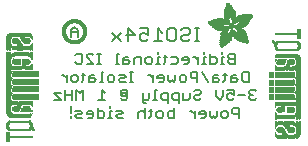
<source format=gbr>
G04 EAGLE Gerber RS-274X export*
G75*
%MOMM*%
%FSLAX34Y34*%
%LPD*%
%INSilkscreen Bottom*%
%IPPOS*%
%AMOC8*
5,1,8,0,0,1.08239X$1,22.5*%
G01*
%ADD10C,0.177800*%
%ADD11C,0.152400*%
%ADD12C,0.304800*%
%ADD13C,0.203200*%
%ADD14R,0.022863X0.462278*%
%ADD15R,0.022863X0.462281*%
%ADD16R,0.022863X0.436881*%
%ADD17R,0.023113X0.462278*%
%ADD18R,0.023113X0.462281*%
%ADD19R,0.023113X0.436881*%
%ADD20R,0.023116X0.462278*%
%ADD21R,0.023116X0.462281*%
%ADD22R,0.023116X0.436881*%
%ADD23R,0.023113X0.022863*%
%ADD24R,0.023116X0.091441*%
%ADD25R,0.023113X0.139700*%
%ADD26R,0.023116X0.185419*%
%ADD27R,0.023113X0.254000*%
%ADD28R,0.023113X0.299719*%
%ADD29R,0.023116X0.345438*%
%ADD30R,0.023113X0.391159*%
%ADD31R,0.023116X0.393700*%
%ADD32R,0.022863X0.325119*%
%ADD33R,0.022863X0.599438*%
%ADD34R,0.022863X0.622300*%
%ADD35R,0.022863X0.530859*%
%ADD36R,0.022863X0.439422*%
%ADD37R,0.022863X0.231138*%
%ADD38R,0.022863X0.071119*%
%ADD39R,0.022863X0.533400*%
%ADD40R,0.022863X0.208281*%
%ADD41R,0.023113X0.345441*%
%ADD42R,0.023113X0.576578*%
%ADD43R,0.023113X0.599438*%
%ADD44R,0.023113X0.508000*%
%ADD45R,0.023113X0.416563*%
%ADD46R,0.023113X0.208278*%
%ADD47R,0.023113X0.553722*%
%ADD48R,0.023113X0.208281*%
%ADD49R,0.023116X0.345441*%
%ADD50R,0.023116X0.530859*%
%ADD51R,0.023116X0.370841*%
%ADD52R,0.023116X0.162559*%
%ADD53R,0.023116X0.576581*%
%ADD54R,0.023116X0.208281*%
%ADD55R,0.023113X0.322578*%
%ADD56R,0.023113X0.485137*%
%ADD57R,0.023113X0.416559*%
%ADD58R,0.023113X0.347981*%
%ADD59R,0.023113X0.116838*%
%ADD60R,0.023113X0.647700*%
%ADD61R,0.023116X0.322581*%
%ADD62R,0.023116X0.485137*%
%ADD63R,0.023116X0.093978*%
%ADD64R,0.023116X0.231141*%
%ADD65R,0.023116X0.693419*%
%ADD66R,0.023113X0.322581*%
%ADD67R,0.023113X0.439419*%
%ADD68R,0.023113X0.370841*%
%ADD69R,0.023113X0.299722*%
%ADD70R,0.023113X0.045719*%
%ADD71R,0.023113X0.739138*%
%ADD72R,0.023113X0.414019*%
%ADD73R,0.023113X0.347978*%
%ADD74R,0.023113X0.762000*%
%ADD75R,0.023116X0.414019*%
%ADD76R,0.023116X0.182881*%
%ADD77R,0.023116X0.347978*%
%ADD78R,0.023116X0.276863*%
%ADD79R,0.023116X0.116841*%
%ADD80R,0.023116X0.276859*%
%ADD81R,0.023116X0.784863*%
%ADD82R,0.023113X0.325119*%
%ADD83R,0.023113X0.276863*%
%ADD84R,0.023113X0.276859*%
%ADD85R,0.023116X0.325119*%
%ADD86R,0.023116X0.391159*%
%ADD87R,0.023116X0.302259*%
%ADD88R,0.023116X0.254000*%
%ADD89R,0.023113X0.302259*%
%ADD90R,0.023113X0.393700*%
%ADD91R,0.023113X0.231141*%
%ADD92R,0.022863X0.302259*%
%ADD93R,0.022863X0.439419*%
%ADD94R,0.022863X0.368300*%
%ADD95R,0.022863X0.391159*%
%ADD96R,0.022863X0.416559*%
%ADD97R,0.022863X0.276863*%
%ADD98R,0.022863X0.205741*%
%ADD99R,0.023113X0.368300*%
%ADD100R,0.023113X0.205741*%
%ADD101R,0.023116X0.368300*%
%ADD102R,0.023116X0.205741*%
%ADD103R,0.023113X0.182881*%
%ADD104R,0.022863X0.276859*%
%ADD105R,0.022863X0.182881*%
%ADD106R,0.023113X0.924559*%
%ADD107R,0.023116X0.924559*%
%ADD108R,0.023113X0.901700*%
%ADD109R,0.023116X0.901700*%
%ADD110R,0.023113X0.878841*%
%ADD111R,0.023116X0.855981*%
%ADD112R,0.023113X0.833119*%
%ADD113R,0.022863X0.787400*%
%ADD114R,0.022863X0.414019*%
%ADD115R,0.022863X0.924559*%
%ADD116R,0.023113X0.739141*%
%ADD117R,0.023116X0.716281*%
%ADD118R,0.023116X0.299722*%
%ADD119R,0.023113X0.670559*%
%ADD120R,0.023116X0.647700*%
%ADD121R,0.023116X0.508000*%
%ADD122R,0.023116X0.299719*%
%ADD123R,0.023113X0.601981*%
%ADD124R,0.023113X0.530859*%
%ADD125R,0.023113X0.231138*%
%ADD126R,0.023113X0.556259*%
%ADD127R,0.023113X0.185419*%
%ADD128R,0.023116X0.533400*%
%ADD129R,0.023116X0.599438*%
%ADD130R,0.023116X0.416563*%
%ADD131R,0.023116X0.116838*%
%ADD132R,0.023113X0.485141*%
%ADD133R,0.023113X0.645159*%
%ADD134R,0.023113X0.716278*%
%ADD135R,0.022863X0.393700*%
%ADD136R,0.022863X0.762000*%
%ADD137R,0.022863X0.624841*%
%ADD138R,0.023113X0.784859*%
%ADD139R,0.023113X0.693422*%
%ADD140R,0.023116X0.830578*%
%ADD141R,0.023116X0.739141*%
%ADD142R,0.023113X0.876300*%
%ADD143R,0.023113X0.807722*%
%ADD144R,0.023116X0.899159*%
%ADD145R,0.023116X0.878841*%
%ADD146R,0.023113X0.922019*%
%ADD147R,0.023113X0.947419*%
%ADD148R,0.023116X0.970278*%
%ADD149R,0.023113X0.970278*%
%ADD150R,0.023116X0.439419*%
%ADD151R,0.022863X0.299722*%
%ADD152R,0.023116X0.416559*%
%ADD153R,0.023116X0.347981*%
%ADD154R,0.023113X0.137159*%
%ADD155R,0.023113X0.093978*%
%ADD156R,0.023113X0.091441*%
%ADD157R,0.023113X0.093981*%
%ADD158R,0.023113X0.114300*%
%ADD159R,0.023116X0.045719*%
%ADD160R,0.023116X0.045722*%
%ADD161R,0.023113X0.071119*%
%ADD162R,0.023113X0.116841*%
%ADD163R,0.023116X0.139700*%
%ADD164R,0.022863X0.322581*%
%ADD165R,0.022863X0.345441*%
%ADD166R,0.022863X0.162559*%
%ADD167R,0.022863X0.576581*%
%ADD168R,0.023113X0.668019*%
%ADD169R,0.023113X0.533400*%
%ADD170R,0.023116X1.455419*%
%ADD171R,0.023116X5.519419*%
%ADD172R,0.023113X1.455419*%
%ADD173R,0.023113X5.519419*%
%ADD174R,0.023116X5.494019*%
%ADD175R,0.023113X1.430019*%
%ADD176R,0.023113X5.494019*%
%ADD177R,0.023116X1.430019*%
%ADD178R,0.023116X5.471159*%
%ADD179R,0.023116X0.762000*%
%ADD180R,0.023113X1.407159*%
%ADD181R,0.023113X5.471159*%
%ADD182R,0.022863X1.384300*%
%ADD183R,0.022863X5.448300*%
%ADD184R,0.022863X0.716278*%
%ADD185R,0.022863X0.878841*%
%ADD186R,0.023113X1.361438*%
%ADD187R,0.023113X5.425438*%
%ADD188R,0.023116X1.338578*%
%ADD189R,0.023116X5.402578*%
%ADD190R,0.023116X0.624841*%
%ADD191R,0.023113X1.292859*%
%ADD192R,0.023113X5.356859*%
%ADD193R,0.023116X1.224278*%
%ADD194R,0.023116X5.288278*%
%ADD195R,0.050800X0.006300*%
%ADD196R,0.082600X0.006400*%
%ADD197R,0.120600X0.006300*%
%ADD198R,0.139700X0.006400*%
%ADD199R,0.158800X0.006300*%
%ADD200R,0.177800X0.006400*%
%ADD201R,0.196800X0.006300*%
%ADD202R,0.215900X0.006400*%
%ADD203R,0.228600X0.006300*%
%ADD204R,0.241300X0.006400*%
%ADD205R,0.254000X0.006300*%
%ADD206R,0.266700X0.006400*%
%ADD207R,0.279400X0.006300*%
%ADD208R,0.285700X0.006400*%
%ADD209R,0.298400X0.006300*%
%ADD210R,0.311200X0.006400*%
%ADD211R,0.317500X0.006300*%
%ADD212R,0.330200X0.006400*%
%ADD213R,0.336600X0.006300*%
%ADD214R,0.349200X0.006400*%
%ADD215R,0.361900X0.006300*%
%ADD216R,0.368300X0.006400*%
%ADD217R,0.381000X0.006300*%
%ADD218R,0.387300X0.006400*%
%ADD219R,0.393700X0.006300*%
%ADD220R,0.406400X0.006400*%
%ADD221R,0.412700X0.006300*%
%ADD222R,0.419100X0.006400*%
%ADD223R,0.431800X0.006300*%
%ADD224R,0.438100X0.006400*%
%ADD225R,0.450800X0.006300*%
%ADD226R,0.457200X0.006400*%
%ADD227R,0.463500X0.006300*%
%ADD228R,0.476200X0.006400*%
%ADD229R,0.482600X0.006300*%
%ADD230R,0.488900X0.006400*%
%ADD231R,0.501600X0.006300*%
%ADD232R,0.508000X0.006400*%
%ADD233R,0.514300X0.006300*%
%ADD234R,0.527000X0.006400*%
%ADD235R,0.533400X0.006300*%
%ADD236R,0.546100X0.006400*%
%ADD237R,0.552400X0.006300*%
%ADD238R,0.558800X0.006400*%
%ADD239R,0.571500X0.006300*%
%ADD240R,0.577800X0.006400*%
%ADD241R,0.584200X0.006300*%
%ADD242R,0.596900X0.006400*%
%ADD243R,0.603200X0.006300*%
%ADD244R,0.609600X0.006400*%
%ADD245R,0.622300X0.006300*%
%ADD246R,0.628600X0.006400*%
%ADD247R,0.641300X0.006300*%
%ADD248R,0.647700X0.006400*%
%ADD249R,0.063500X0.006300*%
%ADD250R,0.654000X0.006300*%
%ADD251R,0.101600X0.006400*%
%ADD252R,0.666700X0.006400*%
%ADD253R,0.139700X0.006300*%
%ADD254R,0.673100X0.006300*%
%ADD255R,0.165100X0.006400*%
%ADD256R,0.679400X0.006400*%
%ADD257R,0.196900X0.006300*%
%ADD258R,0.692100X0.006300*%
%ADD259R,0.222200X0.006400*%
%ADD260R,0.698500X0.006400*%
%ADD261R,0.247700X0.006300*%
%ADD262R,0.704800X0.006300*%
%ADD263R,0.279400X0.006400*%
%ADD264R,0.717500X0.006400*%
%ADD265R,0.298500X0.006300*%
%ADD266R,0.723900X0.006300*%
%ADD267R,0.736600X0.006400*%
%ADD268R,0.342900X0.006300*%
%ADD269R,0.742900X0.006300*%
%ADD270R,0.374700X0.006400*%
%ADD271R,0.749300X0.006400*%
%ADD272R,0.762000X0.006300*%
%ADD273R,0.412700X0.006400*%
%ADD274R,0.768300X0.006400*%
%ADD275R,0.438100X0.006300*%
%ADD276R,0.774700X0.006300*%
%ADD277R,0.463600X0.006400*%
%ADD278R,0.787400X0.006400*%
%ADD279R,0.793700X0.006300*%
%ADD280R,0.495300X0.006400*%
%ADD281R,0.800100X0.006400*%
%ADD282R,0.520700X0.006300*%
%ADD283R,0.812800X0.006300*%
%ADD284R,0.533400X0.006400*%
%ADD285R,0.819100X0.006400*%
%ADD286R,0.558800X0.006300*%
%ADD287R,0.825500X0.006300*%
%ADD288R,0.577900X0.006400*%
%ADD289R,0.831800X0.006400*%
%ADD290R,0.596900X0.006300*%
%ADD291R,0.844500X0.006300*%
%ADD292R,0.616000X0.006400*%
%ADD293R,0.850900X0.006400*%
%ADD294R,0.635000X0.006300*%
%ADD295R,0.857200X0.006300*%
%ADD296R,0.654100X0.006400*%
%ADD297R,0.863600X0.006400*%
%ADD298R,0.666700X0.006300*%
%ADD299R,0.869900X0.006300*%
%ADD300R,0.685800X0.006400*%
%ADD301R,0.876300X0.006400*%
%ADD302R,0.882600X0.006300*%
%ADD303R,0.723900X0.006400*%
%ADD304R,0.889000X0.006400*%
%ADD305R,0.895300X0.006300*%
%ADD306R,0.755700X0.006400*%
%ADD307R,0.901700X0.006400*%
%ADD308R,0.908000X0.006300*%
%ADD309R,0.793800X0.006400*%
%ADD310R,0.914400X0.006400*%
%ADD311R,0.806400X0.006300*%
%ADD312R,0.920700X0.006300*%
%ADD313R,0.825500X0.006400*%
%ADD314R,0.927100X0.006400*%
%ADD315R,0.933400X0.006300*%
%ADD316R,0.857300X0.006400*%
%ADD317R,0.939800X0.006400*%
%ADD318R,0.870000X0.006300*%
%ADD319R,0.939800X0.006300*%
%ADD320R,0.946100X0.006400*%
%ADD321R,0.952500X0.006300*%
%ADD322R,0.908000X0.006400*%
%ADD323R,0.958800X0.006400*%
%ADD324R,0.965200X0.006300*%
%ADD325R,0.965200X0.006400*%
%ADD326R,0.971500X0.006300*%
%ADD327R,0.952500X0.006400*%
%ADD328R,0.977900X0.006400*%
%ADD329R,0.958800X0.006300*%
%ADD330R,0.984200X0.006300*%
%ADD331R,0.971500X0.006400*%
%ADD332R,0.984200X0.006400*%
%ADD333R,0.990600X0.006300*%
%ADD334R,0.984300X0.006400*%
%ADD335R,0.996900X0.006400*%
%ADD336R,0.997000X0.006300*%
%ADD337R,0.996900X0.006300*%
%ADD338R,1.003300X0.006400*%
%ADD339R,1.016000X0.006300*%
%ADD340R,1.009600X0.006300*%
%ADD341R,1.016000X0.006400*%
%ADD342R,1.009600X0.006400*%
%ADD343R,1.022300X0.006300*%
%ADD344R,1.028700X0.006400*%
%ADD345R,1.035100X0.006300*%
%ADD346R,1.047800X0.006400*%
%ADD347R,1.054100X0.006300*%
%ADD348R,1.028700X0.006300*%
%ADD349R,1.054100X0.006400*%
%ADD350R,1.035000X0.006400*%
%ADD351R,1.060400X0.006300*%
%ADD352R,1.035000X0.006300*%
%ADD353R,1.060500X0.006400*%
%ADD354R,1.041400X0.006400*%
%ADD355R,1.066800X0.006300*%
%ADD356R,1.041400X0.006300*%
%ADD357R,1.079500X0.006400*%
%ADD358R,1.047700X0.006400*%
%ADD359R,1.085900X0.006300*%
%ADD360R,1.047700X0.006300*%
%ADD361R,1.085800X0.006400*%
%ADD362R,1.092200X0.006300*%
%ADD363R,1.085900X0.006400*%
%ADD364R,1.098600X0.006300*%
%ADD365R,1.098600X0.006400*%
%ADD366R,1.060400X0.006400*%
%ADD367R,1.104900X0.006300*%
%ADD368R,1.104900X0.006400*%
%ADD369R,1.066800X0.006400*%
%ADD370R,1.111200X0.006300*%
%ADD371R,1.117600X0.006400*%
%ADD372R,1.117600X0.006300*%
%ADD373R,1.073100X0.006300*%
%ADD374R,1.073100X0.006400*%
%ADD375R,1.124000X0.006300*%
%ADD376R,1.079500X0.006300*%
%ADD377R,1.123900X0.006400*%
%ADD378R,1.130300X0.006300*%
%ADD379R,1.130300X0.006400*%
%ADD380R,1.136700X0.006400*%
%ADD381R,1.136700X0.006300*%
%ADD382R,1.085800X0.006300*%
%ADD383R,1.136600X0.006400*%
%ADD384R,1.136600X0.006300*%
%ADD385R,1.143000X0.006400*%
%ADD386R,1.143000X0.006300*%
%ADD387R,1.149400X0.006300*%
%ADD388R,1.149300X0.006300*%
%ADD389R,1.149300X0.006400*%
%ADD390R,1.149400X0.006400*%
%ADD391R,1.155700X0.006400*%
%ADD392R,1.155700X0.006300*%
%ADD393R,1.060500X0.006300*%
%ADD394R,2.197100X0.006400*%
%ADD395R,2.197100X0.006300*%
%ADD396R,2.184400X0.006300*%
%ADD397R,2.184400X0.006400*%
%ADD398R,2.171700X0.006400*%
%ADD399R,2.171700X0.006300*%
%ADD400R,1.530300X0.006400*%
%ADD401R,1.505000X0.006300*%
%ADD402R,1.492300X0.006400*%
%ADD403R,1.485900X0.006300*%
%ADD404R,0.565200X0.006300*%
%ADD405R,1.473200X0.006400*%
%ADD406R,0.565200X0.006400*%
%ADD407R,1.460500X0.006300*%
%ADD408R,1.454100X0.006400*%
%ADD409R,0.552400X0.006400*%
%ADD410R,1.441500X0.006300*%
%ADD411R,0.546100X0.006300*%
%ADD412R,1.435100X0.006400*%
%ADD413R,0.539800X0.006400*%
%ADD414R,1.428800X0.006300*%
%ADD415R,1.422400X0.006400*%
%ADD416R,1.409700X0.006300*%
%ADD417R,0.527100X0.006300*%
%ADD418R,1.403300X0.006400*%
%ADD419R,0.527100X0.006400*%
%ADD420R,1.390700X0.006300*%
%ADD421R,1.384300X0.006400*%
%ADD422R,0.520700X0.006400*%
%ADD423R,1.384300X0.006300*%
%ADD424R,0.514400X0.006300*%
%ADD425R,1.371600X0.006400*%
%ADD426R,1.365200X0.006300*%
%ADD427R,0.508000X0.006300*%
%ADD428R,1.352600X0.006400*%
%ADD429R,0.501700X0.006400*%
%ADD430R,0.711200X0.006300*%
%ADD431R,0.603300X0.006300*%
%ADD432R,0.501700X0.006300*%
%ADD433R,0.692100X0.006400*%
%ADD434R,0.571500X0.006400*%
%ADD435R,0.679400X0.006300*%
%ADD436R,0.495300X0.006300*%
%ADD437R,0.673100X0.006400*%
%ADD438R,0.666800X0.006300*%
%ADD439R,0.488900X0.006300*%
%ADD440R,0.660400X0.006400*%
%ADD441R,0.482600X0.006400*%
%ADD442R,0.476200X0.006300*%
%ADD443R,0.654000X0.006400*%
%ADD444R,0.469900X0.006400*%
%ADD445R,0.476300X0.006400*%
%ADD446R,0.647700X0.006300*%
%ADD447R,0.457200X0.006300*%
%ADD448R,0.469900X0.006300*%
%ADD449R,0.641300X0.006400*%
%ADD450R,0.444500X0.006400*%
%ADD451R,0.463600X0.006300*%
%ADD452R,0.635000X0.006400*%
%ADD453R,0.463500X0.006400*%
%ADD454R,0.393700X0.006400*%
%ADD455R,0.450800X0.006400*%
%ADD456R,0.628600X0.006300*%
%ADD457R,0.387400X0.006300*%
%ADD458R,0.450900X0.006300*%
%ADD459R,0.628700X0.006400*%
%ADD460R,0.374600X0.006400*%
%ADD461R,0.368300X0.006300*%
%ADD462R,0.438200X0.006300*%
%ADD463R,0.622300X0.006400*%
%ADD464R,0.355600X0.006400*%
%ADD465R,0.431800X0.006400*%
%ADD466R,0.349300X0.006300*%
%ADD467R,0.425400X0.006300*%
%ADD468R,0.615900X0.006300*%
%ADD469R,0.330200X0.006300*%
%ADD470R,0.419100X0.006300*%
%ADD471R,0.616000X0.006300*%
%ADD472R,0.311200X0.006300*%
%ADD473R,0.406400X0.006300*%
%ADD474R,0.615900X0.006400*%
%ADD475R,0.304800X0.006400*%
%ADD476R,0.158800X0.006400*%
%ADD477R,0.609600X0.006300*%
%ADD478R,0.292100X0.006300*%
%ADD479R,0.235000X0.006300*%
%ADD480R,0.387400X0.006400*%
%ADD481R,0.292100X0.006400*%
%ADD482R,0.336500X0.006300*%
%ADD483R,0.260400X0.006300*%
%ADD484R,0.603300X0.006400*%
%ADD485R,0.260400X0.006400*%
%ADD486R,0.362000X0.006400*%
%ADD487R,0.450900X0.006400*%
%ADD488R,0.355600X0.006300*%
%ADD489R,0.342900X0.006400*%
%ADD490R,0.514300X0.006400*%
%ADD491R,0.234900X0.006300*%
%ADD492R,0.539700X0.006300*%
%ADD493R,0.603200X0.006400*%
%ADD494R,0.234900X0.006400*%
%ADD495R,0.920700X0.006400*%
%ADD496R,0.958900X0.006400*%
%ADD497R,0.215900X0.006300*%
%ADD498R,0.209600X0.006400*%
%ADD499R,0.203200X0.006300*%
%ADD500R,1.003300X0.006300*%
%ADD501R,0.203200X0.006400*%
%ADD502R,0.196900X0.006400*%
%ADD503R,0.190500X0.006300*%
%ADD504R,0.190500X0.006400*%
%ADD505R,0.184200X0.006300*%
%ADD506R,0.590500X0.006400*%
%ADD507R,0.184200X0.006400*%
%ADD508R,0.590500X0.006300*%
%ADD509R,0.177800X0.006300*%
%ADD510R,0.584200X0.006400*%
%ADD511R,1.168400X0.006400*%
%ADD512R,0.171500X0.006300*%
%ADD513R,1.187500X0.006300*%
%ADD514R,1.200100X0.006400*%
%ADD515R,0.577800X0.006300*%
%ADD516R,1.212900X0.006300*%
%ADD517R,1.231900X0.006400*%
%ADD518R,1.250900X0.006300*%
%ADD519R,0.565100X0.006400*%
%ADD520R,0.184100X0.006400*%
%ADD521R,1.263700X0.006400*%
%ADD522R,0.565100X0.006300*%
%ADD523R,1.289100X0.006300*%
%ADD524R,1.314400X0.006400*%
%ADD525R,0.552500X0.006300*%
%ADD526R,1.568500X0.006300*%
%ADD527R,0.552500X0.006400*%
%ADD528R,1.581200X0.006400*%
%ADD529R,1.593800X0.006300*%
%ADD530R,1.606500X0.006400*%
%ADD531R,1.619300X0.006300*%
%ADD532R,0.514400X0.006400*%
%ADD533R,1.638300X0.006400*%
%ADD534R,1.657300X0.006300*%
%ADD535R,2.209800X0.006400*%
%ADD536R,2.425700X0.006300*%
%ADD537R,2.470100X0.006400*%
%ADD538R,2.501900X0.006300*%
%ADD539R,2.533700X0.006400*%
%ADD540R,2.559000X0.006300*%
%ADD541R,2.584500X0.006400*%
%ADD542R,2.609900X0.006300*%
%ADD543R,2.628900X0.006400*%
%ADD544R,2.660600X0.006300*%
%ADD545R,2.673400X0.006400*%
%ADD546R,1.422400X0.006300*%
%ADD547R,1.200200X0.006300*%
%ADD548R,1.365300X0.006300*%
%ADD549R,1.365300X0.006400*%
%ADD550R,1.352500X0.006300*%
%ADD551R,1.098500X0.006300*%
%ADD552R,1.358900X0.006400*%
%ADD553R,1.352600X0.006300*%
%ADD554R,1.358900X0.006300*%
%ADD555R,1.371600X0.006300*%
%ADD556R,1.377900X0.006400*%
%ADD557R,1.397000X0.006400*%
%ADD558R,1.403300X0.006300*%
%ADD559R,0.914400X0.006300*%
%ADD560R,0.876300X0.006300*%
%ADD561R,0.374600X0.006300*%
%ADD562R,1.073200X0.006400*%
%ADD563R,0.374700X0.006300*%
%ADD564R,0.844600X0.006400*%
%ADD565R,0.844600X0.006300*%
%ADD566R,0.831900X0.006400*%
%ADD567R,1.092200X0.006400*%
%ADD568R,0.400000X0.006300*%
%ADD569R,0.819200X0.006400*%
%ADD570R,1.111300X0.006400*%
%ADD571R,0.812800X0.006400*%
%ADD572R,0.800100X0.006300*%
%ADD573R,0.476300X0.006300*%
%ADD574R,1.181100X0.006300*%
%ADD575R,0.501600X0.006400*%
%ADD576R,1.193800X0.006400*%
%ADD577R,0.781000X0.006400*%
%ADD578R,1.238200X0.006400*%
%ADD579R,0.781100X0.006300*%
%ADD580R,1.257300X0.006300*%
%ADD581R,1.295400X0.006400*%
%ADD582R,1.333500X0.006300*%
%ADD583R,0.774700X0.006400*%
%ADD584R,1.866900X0.006400*%
%ADD585R,0.209600X0.006300*%
%ADD586R,1.866900X0.006300*%
%ADD587R,0.768400X0.006400*%
%ADD588R,0.209500X0.006400*%
%ADD589R,1.860600X0.006400*%
%ADD590R,0.762000X0.006400*%
%ADD591R,0.768400X0.006300*%
%ADD592R,1.860600X0.006300*%
%ADD593R,1.860500X0.006400*%
%ADD594R,0.222300X0.006300*%
%ADD595R,1.854200X0.006300*%
%ADD596R,0.235000X0.006400*%
%ADD597R,1.854200X0.006400*%
%ADD598R,0.768300X0.006300*%
%ADD599R,0.260300X0.006400*%
%ADD600R,1.847800X0.006400*%
%ADD601R,0.266700X0.006300*%
%ADD602R,1.847800X0.006300*%
%ADD603R,0.273100X0.006400*%
%ADD604R,1.841500X0.006400*%
%ADD605R,0.285800X0.006300*%
%ADD606R,1.841500X0.006300*%
%ADD607R,0.298500X0.006400*%
%ADD608R,1.835100X0.006400*%
%ADD609R,0.781000X0.006300*%
%ADD610R,0.304800X0.006300*%
%ADD611R,1.835100X0.006300*%
%ADD612R,0.317500X0.006400*%
%ADD613R,1.828800X0.006400*%
%ADD614R,0.787400X0.006300*%
%ADD615R,0.323800X0.006300*%
%ADD616R,1.828800X0.006300*%
%ADD617R,0.793700X0.006400*%
%ADD618R,1.822400X0.006400*%
%ADD619R,0.806500X0.006300*%
%ADD620R,1.822400X0.006300*%
%ADD621R,1.816100X0.006400*%
%ADD622R,0.819100X0.006300*%
%ADD623R,0.387300X0.006300*%
%ADD624R,1.816100X0.006300*%
%ADD625R,1.809800X0.006400*%
%ADD626R,1.803400X0.006300*%
%ADD627R,1.797000X0.006400*%
%ADD628R,0.901700X0.006300*%
%ADD629R,1.797000X0.006300*%
%ADD630R,1.441400X0.006400*%
%ADD631R,1.790700X0.006400*%
%ADD632R,1.447800X0.006300*%
%ADD633R,1.784300X0.006300*%
%ADD634R,1.447800X0.006400*%
%ADD635R,1.784300X0.006400*%
%ADD636R,1.454100X0.006300*%
%ADD637R,1.771700X0.006300*%
%ADD638R,1.460500X0.006400*%
%ADD639R,1.759000X0.006400*%
%ADD640R,1.466800X0.006300*%
%ADD641R,1.752600X0.006300*%
%ADD642R,1.466800X0.006400*%
%ADD643R,1.739900X0.006400*%
%ADD644R,1.473200X0.006300*%
%ADD645R,1.727200X0.006300*%
%ADD646R,1.479500X0.006400*%
%ADD647R,1.714500X0.006400*%
%ADD648R,1.695400X0.006300*%
%ADD649R,1.485900X0.006400*%
%ADD650R,1.682700X0.006400*%
%ADD651R,1.492200X0.006300*%
%ADD652R,1.663700X0.006300*%
%ADD653R,1.498600X0.006400*%
%ADD654R,1.644600X0.006400*%
%ADD655R,1.498600X0.006300*%
%ADD656R,1.619200X0.006300*%
%ADD657R,1.511300X0.006400*%
%ADD658R,1.600200X0.006400*%
%ADD659R,1.517700X0.006300*%
%ADD660R,1.574800X0.006300*%
%ADD661R,1.524000X0.006400*%
%ADD662R,1.555800X0.006400*%
%ADD663R,1.524000X0.006300*%
%ADD664R,1.536700X0.006300*%
%ADD665R,1.530400X0.006400*%
%ADD666R,1.517700X0.006400*%
%ADD667R,1.492300X0.006300*%
%ADD668R,1.549400X0.006400*%
%ADD669R,1.479600X0.006400*%
%ADD670R,1.549400X0.006300*%
%ADD671R,1.555700X0.006400*%
%ADD672R,1.562100X0.006300*%
%ADD673R,0.323900X0.006300*%
%ADD674R,1.568400X0.006400*%
%ADD675R,0.336600X0.006400*%
%ADD676R,1.587500X0.006300*%
%ADD677R,0.971600X0.006300*%
%ADD678R,0.349300X0.006400*%
%ADD679R,1.600200X0.006300*%
%ADD680R,0.920800X0.006300*%
%ADD681R,0.882700X0.006400*%
%ADD682R,1.612900X0.006300*%
%ADD683R,0.362000X0.006300*%
%ADD684R,1.625600X0.006400*%
%ADD685R,1.625600X0.006300*%
%ADD686R,1.644600X0.006300*%
%ADD687R,0.736600X0.006300*%
%ADD688R,0.717600X0.006400*%
%ADD689R,1.657400X0.006300*%
%ADD690R,0.679500X0.006300*%
%ADD691R,1.663700X0.006400*%
%ADD692R,0.400000X0.006400*%
%ADD693R,1.676400X0.006300*%
%ADD694R,1.676400X0.006400*%
%ADD695R,0.425500X0.006400*%
%ADD696R,1.352500X0.006400*%
%ADD697R,0.444500X0.006300*%
%ADD698R,0.361900X0.006400*%
%ADD699R,0.088900X0.006300*%
%ADD700R,1.009700X0.006300*%
%ADD701R,1.009700X0.006400*%
%ADD702R,1.022300X0.006400*%
%ADD703R,1.346200X0.006400*%
%ADD704R,1.346200X0.006300*%
%ADD705R,1.339900X0.006400*%
%ADD706R,1.035100X0.006400*%
%ADD707R,1.339800X0.006300*%
%ADD708R,1.333500X0.006400*%
%ADD709R,1.327200X0.006400*%
%ADD710R,1.320800X0.006300*%
%ADD711R,1.314500X0.006400*%
%ADD712R,1.314400X0.006300*%
%ADD713R,1.301700X0.006400*%
%ADD714R,1.295400X0.006300*%
%ADD715R,1.289000X0.006400*%
%ADD716R,1.276300X0.006300*%
%ADD717R,1.251000X0.006300*%
%ADD718R,1.244600X0.006400*%
%ADD719R,1.231900X0.006300*%
%ADD720R,1.212800X0.006400*%
%ADD721R,1.200100X0.006300*%
%ADD722R,1.187400X0.006400*%
%ADD723R,1.168400X0.006300*%
%ADD724R,1.047800X0.006300*%
%ADD725R,0.977900X0.006300*%
%ADD726R,0.946200X0.006400*%
%ADD727R,0.933400X0.006400*%
%ADD728R,0.895300X0.006400*%
%ADD729R,0.882700X0.006300*%
%ADD730R,0.863600X0.006300*%
%ADD731R,0.857200X0.006400*%
%ADD732R,0.850900X0.006300*%
%ADD733R,0.838200X0.006300*%
%ADD734R,0.806500X0.006400*%
%ADD735R,0.717600X0.006300*%
%ADD736R,0.711200X0.006400*%
%ADD737R,0.641400X0.006400*%
%ADD738R,0.641400X0.006300*%
%ADD739R,0.628700X0.006300*%
%ADD740R,0.590600X0.006300*%
%ADD741R,0.539700X0.006400*%
%ADD742R,0.285700X0.006300*%
%ADD743R,0.222200X0.006300*%
%ADD744R,0.171400X0.006300*%
%ADD745R,0.152400X0.006400*%
%ADD746R,0.133400X0.006300*%


D10*
X165091Y126619D02*
X161447Y126619D01*
X163269Y126619D02*
X163269Y137550D01*
X165091Y137550D02*
X161447Y137550D01*
X151829Y137550D02*
X150007Y135728D01*
X151829Y137550D02*
X155473Y137550D01*
X157295Y135728D01*
X157295Y133907D01*
X155473Y132085D01*
X151829Y132085D01*
X150007Y130263D01*
X150007Y128441D01*
X151829Y126619D01*
X155473Y126619D01*
X157295Y128441D01*
X143779Y137550D02*
X140135Y137550D01*
X143779Y137550D02*
X145601Y135728D01*
X145601Y128441D01*
X143779Y126619D01*
X140135Y126619D01*
X138314Y128441D01*
X138314Y135728D01*
X140135Y137550D01*
X133907Y133907D02*
X130263Y137550D01*
X130263Y126619D01*
X126620Y126619D02*
X133907Y126619D01*
X122213Y137550D02*
X114926Y137550D01*
X122213Y137550D02*
X122213Y132085D01*
X118569Y133907D01*
X116747Y133907D01*
X114926Y132085D01*
X114926Y128441D01*
X116747Y126619D01*
X120391Y126619D01*
X122213Y128441D01*
X105053Y126619D02*
X105053Y137550D01*
X110519Y132085D01*
X103232Y132085D01*
X98825Y133907D02*
X91538Y126619D01*
X98825Y126619D02*
X91538Y133907D01*
D11*
X195622Y116085D02*
X195622Y107442D01*
X195622Y116085D02*
X191301Y116085D01*
X189860Y114645D01*
X189860Y113204D01*
X191301Y111764D01*
X189860Y110323D01*
X189860Y108883D01*
X191301Y107442D01*
X195622Y107442D01*
X195622Y111764D02*
X191301Y111764D01*
X186267Y113204D02*
X184827Y113204D01*
X184827Y107442D01*
X186267Y107442D02*
X183386Y107442D01*
X184827Y116085D02*
X184827Y117526D01*
X174268Y116085D02*
X174268Y107442D01*
X178590Y107442D01*
X180030Y108883D01*
X180030Y111764D01*
X178590Y113204D01*
X174268Y113204D01*
X170675Y113204D02*
X169235Y113204D01*
X169235Y107442D01*
X170675Y107442D02*
X167794Y107442D01*
X169235Y116085D02*
X169235Y117526D01*
X164438Y113204D02*
X164438Y107442D01*
X164438Y110323D02*
X161557Y113204D01*
X160117Y113204D01*
X155202Y107442D02*
X152321Y107442D01*
X155202Y107442D02*
X156642Y108883D01*
X156642Y111764D01*
X155202Y113204D01*
X152321Y113204D01*
X150880Y111764D01*
X150880Y110323D01*
X156642Y110323D01*
X145847Y113204D02*
X141525Y113204D01*
X145847Y113204D02*
X147287Y111764D01*
X147287Y108883D01*
X145847Y107442D01*
X141525Y107442D01*
X136492Y108883D02*
X136492Y114645D01*
X136492Y108883D02*
X135051Y107442D01*
X135051Y113204D02*
X137932Y113204D01*
X131695Y113204D02*
X130255Y113204D01*
X130255Y107442D01*
X131695Y107442D02*
X128814Y107442D01*
X130255Y116085D02*
X130255Y117526D01*
X124018Y107442D02*
X121137Y107442D01*
X119696Y108883D01*
X119696Y111764D01*
X121137Y113204D01*
X124018Y113204D01*
X125459Y111764D01*
X125459Y108883D01*
X124018Y107442D01*
X116103Y107442D02*
X116103Y113204D01*
X111782Y113204D01*
X110341Y111764D01*
X110341Y107442D01*
X105308Y113204D02*
X102426Y113204D01*
X100986Y111764D01*
X100986Y107442D01*
X105308Y107442D01*
X106748Y108883D01*
X105308Y110323D01*
X100986Y110323D01*
X97393Y116085D02*
X95952Y116085D01*
X95952Y107442D01*
X94512Y107442D02*
X97393Y107442D01*
X81801Y107442D02*
X78920Y107442D01*
X80360Y107442D02*
X80360Y116085D01*
X78920Y116085D02*
X81801Y116085D01*
X75564Y107442D02*
X69802Y107442D01*
X75564Y107442D02*
X69802Y113204D01*
X69802Y114645D01*
X71243Y116085D01*
X74124Y116085D01*
X75564Y114645D01*
X61887Y116085D02*
X60447Y114645D01*
X61887Y116085D02*
X64768Y116085D01*
X66209Y114645D01*
X66209Y108883D01*
X64768Y107442D01*
X61887Y107442D01*
X60447Y108883D01*
X207316Y100845D02*
X207316Y92202D01*
X202995Y92202D01*
X201554Y93643D01*
X201554Y99405D01*
X202995Y100845D01*
X207316Y100845D01*
X196521Y97964D02*
X193640Y97964D01*
X192199Y96524D01*
X192199Y92202D01*
X196521Y92202D01*
X197961Y93643D01*
X196521Y95083D01*
X192199Y95083D01*
X187165Y93643D02*
X187165Y99405D01*
X187165Y93643D02*
X185725Y92202D01*
X185725Y97964D02*
X188606Y97964D01*
X180929Y97964D02*
X178048Y97964D01*
X176607Y96524D01*
X176607Y92202D01*
X180929Y92202D01*
X182369Y93643D01*
X180929Y95083D01*
X176607Y95083D01*
X173014Y92202D02*
X167252Y100845D01*
X163659Y100845D02*
X163659Y92202D01*
X163659Y100845D02*
X159337Y100845D01*
X157897Y99405D01*
X157897Y96524D01*
X159337Y95083D01*
X163659Y95083D01*
X152863Y92202D02*
X149982Y92202D01*
X148541Y93643D01*
X148541Y96524D01*
X149982Y97964D01*
X152863Y97964D01*
X154304Y96524D01*
X154304Y93643D01*
X152863Y92202D01*
X144948Y93643D02*
X144948Y97964D01*
X144948Y93643D02*
X143508Y92202D01*
X142067Y93643D01*
X140627Y92202D01*
X139186Y93643D01*
X139186Y97964D01*
X134153Y92202D02*
X131272Y92202D01*
X134153Y92202D02*
X135593Y93643D01*
X135593Y96524D01*
X134153Y97964D01*
X131272Y97964D01*
X129831Y96524D01*
X129831Y95083D01*
X135593Y95083D01*
X126238Y92202D02*
X126238Y97964D01*
X126238Y95083D02*
X123357Y97964D01*
X121916Y97964D01*
X109087Y92202D02*
X106206Y92202D01*
X107646Y92202D02*
X107646Y100845D01*
X106206Y100845D02*
X109087Y100845D01*
X102850Y92202D02*
X98528Y92202D01*
X97088Y93643D01*
X98528Y95083D01*
X101410Y95083D01*
X102850Y96524D01*
X101410Y97964D01*
X97088Y97964D01*
X92054Y92202D02*
X89173Y92202D01*
X87733Y93643D01*
X87733Y96524D01*
X89173Y97964D01*
X92054Y97964D01*
X93495Y96524D01*
X93495Y93643D01*
X92054Y92202D01*
X84140Y100845D02*
X82699Y100845D01*
X82699Y92202D01*
X81259Y92202D02*
X84140Y92202D01*
X76462Y97964D02*
X73581Y97964D01*
X72141Y96524D01*
X72141Y92202D01*
X76462Y92202D01*
X77903Y93643D01*
X76462Y95083D01*
X72141Y95083D01*
X67107Y93643D02*
X67107Y99405D01*
X67107Y93643D02*
X65667Y92202D01*
X65667Y97964D02*
X68548Y97964D01*
X60870Y92202D02*
X57989Y92202D01*
X56549Y93643D01*
X56549Y96524D01*
X57989Y97964D01*
X60870Y97964D01*
X62311Y96524D01*
X62311Y93643D01*
X60870Y92202D01*
X52956Y92202D02*
X52956Y97964D01*
X52956Y95083D02*
X50075Y97964D01*
X48634Y97964D01*
X212113Y85605D02*
X213553Y84165D01*
X212113Y85605D02*
X209231Y85605D01*
X207791Y84165D01*
X207791Y82724D01*
X209231Y81284D01*
X210672Y81284D01*
X209231Y81284D02*
X207791Y79843D01*
X207791Y78403D01*
X209231Y76962D01*
X212113Y76962D01*
X213553Y78403D01*
X204198Y81284D02*
X198436Y81284D01*
X194843Y85605D02*
X189081Y85605D01*
X194843Y85605D02*
X194843Y81284D01*
X191962Y82724D01*
X190521Y82724D01*
X189081Y81284D01*
X189081Y78403D01*
X190521Y76962D01*
X193402Y76962D01*
X194843Y78403D01*
X185488Y79843D02*
X185488Y85605D01*
X185488Y79843D02*
X182606Y76962D01*
X179725Y79843D01*
X179725Y85605D01*
X162456Y85605D02*
X161015Y84165D01*
X162456Y85605D02*
X165337Y85605D01*
X166777Y84165D01*
X166777Y82724D01*
X165337Y81284D01*
X162456Y81284D01*
X161015Y79843D01*
X161015Y78403D01*
X162456Y76962D01*
X165337Y76962D01*
X166777Y78403D01*
X157422Y78403D02*
X157422Y82724D01*
X157422Y78403D02*
X155981Y76962D01*
X151660Y76962D01*
X151660Y82724D01*
X148067Y82724D02*
X148067Y74081D01*
X148067Y82724D02*
X143745Y82724D01*
X142305Y81284D01*
X142305Y78403D01*
X143745Y76962D01*
X148067Y76962D01*
X138712Y74081D02*
X138712Y82724D01*
X134390Y82724D01*
X132949Y81284D01*
X132949Y78403D01*
X134390Y76962D01*
X138712Y76962D01*
X129356Y85605D02*
X127916Y85605D01*
X127916Y76962D01*
X129356Y76962D02*
X126475Y76962D01*
X123120Y78403D02*
X123120Y82724D01*
X123120Y78403D02*
X121679Y76962D01*
X117357Y76962D01*
X117357Y75521D02*
X117357Y82724D01*
X117357Y75521D02*
X118798Y74081D01*
X120239Y74081D01*
X100088Y76962D02*
X98647Y78403D01*
X100088Y76962D02*
X102969Y76962D01*
X104409Y78403D01*
X104409Y84165D01*
X102969Y85605D01*
X100088Y85605D01*
X98647Y84165D01*
X98647Y81284D01*
X100088Y79843D01*
X102969Y79843D01*
X102969Y82724D01*
X100088Y82724D01*
X100088Y79843D01*
X85699Y82724D02*
X82818Y85605D01*
X82818Y76962D01*
X85699Y76962D02*
X79937Y76962D01*
X66989Y76962D02*
X66989Y85605D01*
X64107Y82724D01*
X61226Y85605D01*
X61226Y76962D01*
X57633Y76962D02*
X57633Y85605D01*
X57633Y81284D02*
X51871Y81284D01*
X51871Y85605D02*
X51871Y76962D01*
X48278Y82724D02*
X42516Y82724D01*
X48278Y76962D01*
X42516Y76962D01*
X198741Y70365D02*
X198741Y61722D01*
X198741Y70365D02*
X194419Y70365D01*
X192979Y68925D01*
X192979Y66044D01*
X194419Y64603D01*
X198741Y64603D01*
X187945Y61722D02*
X185064Y61722D01*
X183623Y63163D01*
X183623Y66044D01*
X185064Y67484D01*
X187945Y67484D01*
X189386Y66044D01*
X189386Y63163D01*
X187945Y61722D01*
X180030Y63163D02*
X180030Y67484D01*
X180030Y63163D02*
X178590Y61722D01*
X177149Y63163D01*
X175709Y61722D01*
X174268Y63163D01*
X174268Y67484D01*
X169235Y61722D02*
X166354Y61722D01*
X169235Y61722D02*
X170675Y63163D01*
X170675Y66044D01*
X169235Y67484D01*
X166354Y67484D01*
X164913Y66044D01*
X164913Y64603D01*
X170675Y64603D01*
X161320Y61722D02*
X161320Y67484D01*
X161320Y64603D02*
X158439Y67484D01*
X156998Y67484D01*
X144169Y70365D02*
X144169Y61722D01*
X139847Y61722D01*
X138407Y63163D01*
X138407Y66044D01*
X139847Y67484D01*
X144169Y67484D01*
X133373Y61722D02*
X130492Y61722D01*
X129051Y63163D01*
X129051Y66044D01*
X130492Y67484D01*
X133373Y67484D01*
X134814Y66044D01*
X134814Y63163D01*
X133373Y61722D01*
X124018Y63163D02*
X124018Y68925D01*
X124018Y63163D02*
X122577Y61722D01*
X122577Y67484D02*
X125459Y67484D01*
X119222Y70365D02*
X119222Y61722D01*
X119222Y66044D02*
X117781Y67484D01*
X114900Y67484D01*
X113459Y66044D01*
X113459Y61722D01*
X100511Y61722D02*
X96190Y61722D01*
X94749Y63163D01*
X96190Y64603D01*
X99071Y64603D01*
X100511Y66044D01*
X99071Y67484D01*
X94749Y67484D01*
X91156Y67484D02*
X89716Y67484D01*
X89716Y61722D01*
X91156Y61722D02*
X88275Y61722D01*
X89716Y70365D02*
X89716Y71806D01*
X79157Y70365D02*
X79157Y61722D01*
X83479Y61722D01*
X84919Y63163D01*
X84919Y66044D01*
X83479Y67484D01*
X79157Y67484D01*
X74124Y61722D02*
X71243Y61722D01*
X74124Y61722D02*
X75564Y63163D01*
X75564Y66044D01*
X74124Y67484D01*
X71243Y67484D01*
X69802Y66044D01*
X69802Y64603D01*
X75564Y64603D01*
X66209Y61722D02*
X61887Y61722D01*
X60447Y63163D01*
X61887Y64603D01*
X64768Y64603D01*
X66209Y66044D01*
X64768Y67484D01*
X60447Y67484D01*
X56854Y63163D02*
X56854Y61722D01*
X56854Y66044D02*
X56854Y71806D01*
D12*
X50710Y134620D02*
X50713Y134840D01*
X50721Y135061D01*
X50734Y135281D01*
X50753Y135500D01*
X50778Y135719D01*
X50807Y135938D01*
X50842Y136155D01*
X50883Y136372D01*
X50928Y136588D01*
X50979Y136802D01*
X51035Y137015D01*
X51097Y137227D01*
X51163Y137437D01*
X51235Y137645D01*
X51312Y137852D01*
X51394Y138056D01*
X51480Y138259D01*
X51572Y138459D01*
X51669Y138658D01*
X51770Y138853D01*
X51877Y139046D01*
X51988Y139237D01*
X52103Y139424D01*
X52223Y139609D01*
X52348Y139791D01*
X52477Y139969D01*
X52611Y140145D01*
X52748Y140317D01*
X52890Y140485D01*
X53036Y140651D01*
X53186Y140812D01*
X53340Y140970D01*
X53498Y141124D01*
X53659Y141274D01*
X53825Y141420D01*
X53993Y141562D01*
X54165Y141699D01*
X54341Y141833D01*
X54519Y141962D01*
X54701Y142087D01*
X54886Y142207D01*
X55073Y142322D01*
X55264Y142433D01*
X55457Y142540D01*
X55652Y142641D01*
X55851Y142738D01*
X56051Y142830D01*
X56254Y142916D01*
X56458Y142998D01*
X56665Y143075D01*
X56873Y143147D01*
X57083Y143213D01*
X57295Y143275D01*
X57508Y143331D01*
X57722Y143382D01*
X57938Y143427D01*
X58155Y143468D01*
X58372Y143503D01*
X58591Y143532D01*
X58810Y143557D01*
X59029Y143576D01*
X59249Y143589D01*
X59470Y143597D01*
X59690Y143600D01*
X59910Y143597D01*
X60131Y143589D01*
X60351Y143576D01*
X60570Y143557D01*
X60789Y143532D01*
X61008Y143503D01*
X61225Y143468D01*
X61442Y143427D01*
X61658Y143382D01*
X61872Y143331D01*
X62085Y143275D01*
X62297Y143213D01*
X62507Y143147D01*
X62715Y143075D01*
X62922Y142998D01*
X63126Y142916D01*
X63329Y142830D01*
X63529Y142738D01*
X63728Y142641D01*
X63923Y142540D01*
X64116Y142433D01*
X64307Y142322D01*
X64494Y142207D01*
X64679Y142087D01*
X64861Y141962D01*
X65039Y141833D01*
X65215Y141699D01*
X65387Y141562D01*
X65555Y141420D01*
X65721Y141274D01*
X65882Y141124D01*
X66040Y140970D01*
X66194Y140812D01*
X66344Y140651D01*
X66490Y140485D01*
X66632Y140317D01*
X66769Y140145D01*
X66903Y139969D01*
X67032Y139791D01*
X67157Y139609D01*
X67277Y139424D01*
X67392Y139237D01*
X67503Y139046D01*
X67610Y138853D01*
X67711Y138658D01*
X67808Y138459D01*
X67900Y138259D01*
X67986Y138056D01*
X68068Y137852D01*
X68145Y137645D01*
X68217Y137437D01*
X68283Y137227D01*
X68345Y137015D01*
X68401Y136802D01*
X68452Y136588D01*
X68497Y136372D01*
X68538Y136155D01*
X68573Y135938D01*
X68602Y135719D01*
X68627Y135500D01*
X68646Y135281D01*
X68659Y135061D01*
X68667Y134840D01*
X68670Y134620D01*
X68667Y134400D01*
X68659Y134179D01*
X68646Y133959D01*
X68627Y133740D01*
X68602Y133521D01*
X68573Y133302D01*
X68538Y133085D01*
X68497Y132868D01*
X68452Y132652D01*
X68401Y132438D01*
X68345Y132225D01*
X68283Y132013D01*
X68217Y131803D01*
X68145Y131595D01*
X68068Y131388D01*
X67986Y131184D01*
X67900Y130981D01*
X67808Y130781D01*
X67711Y130582D01*
X67610Y130387D01*
X67503Y130194D01*
X67392Y130003D01*
X67277Y129816D01*
X67157Y129631D01*
X67032Y129449D01*
X66903Y129271D01*
X66769Y129095D01*
X66632Y128923D01*
X66490Y128755D01*
X66344Y128589D01*
X66194Y128428D01*
X66040Y128270D01*
X65882Y128116D01*
X65721Y127966D01*
X65555Y127820D01*
X65387Y127678D01*
X65215Y127541D01*
X65039Y127407D01*
X64861Y127278D01*
X64679Y127153D01*
X64494Y127033D01*
X64307Y126918D01*
X64116Y126807D01*
X63923Y126700D01*
X63728Y126599D01*
X63529Y126502D01*
X63329Y126410D01*
X63126Y126324D01*
X62922Y126242D01*
X62715Y126165D01*
X62507Y126093D01*
X62297Y126027D01*
X62085Y125965D01*
X61872Y125909D01*
X61658Y125858D01*
X61442Y125813D01*
X61225Y125772D01*
X61008Y125737D01*
X60789Y125708D01*
X60570Y125683D01*
X60351Y125664D01*
X60131Y125651D01*
X59910Y125643D01*
X59690Y125640D01*
X59470Y125643D01*
X59249Y125651D01*
X59029Y125664D01*
X58810Y125683D01*
X58591Y125708D01*
X58372Y125737D01*
X58155Y125772D01*
X57938Y125813D01*
X57722Y125858D01*
X57508Y125909D01*
X57295Y125965D01*
X57083Y126027D01*
X56873Y126093D01*
X56665Y126165D01*
X56458Y126242D01*
X56254Y126324D01*
X56051Y126410D01*
X55851Y126502D01*
X55652Y126599D01*
X55457Y126700D01*
X55264Y126807D01*
X55073Y126918D01*
X54886Y127033D01*
X54701Y127153D01*
X54519Y127278D01*
X54341Y127407D01*
X54165Y127541D01*
X53993Y127678D01*
X53825Y127820D01*
X53659Y127966D01*
X53498Y128116D01*
X53340Y128270D01*
X53186Y128428D01*
X53036Y128589D01*
X52890Y128755D01*
X52748Y128923D01*
X52611Y129095D01*
X52477Y129271D01*
X52348Y129449D01*
X52223Y129631D01*
X52103Y129816D01*
X51988Y130003D01*
X51877Y130194D01*
X51770Y130387D01*
X51669Y130582D01*
X51572Y130781D01*
X51480Y130981D01*
X51394Y131184D01*
X51312Y131388D01*
X51235Y131595D01*
X51163Y131803D01*
X51097Y132013D01*
X51035Y132225D01*
X50979Y132438D01*
X50928Y132652D01*
X50883Y132868D01*
X50842Y133085D01*
X50807Y133302D01*
X50778Y133521D01*
X50753Y133740D01*
X50734Y133959D01*
X50721Y134179D01*
X50713Y134400D01*
X50710Y134620D01*
D13*
X62230Y135979D02*
X62230Y130556D01*
X62230Y135979D02*
X59518Y138691D01*
X56807Y135979D01*
X56807Y130556D01*
X56807Y134623D02*
X62230Y134623D01*
D14*
X224790Y79197D03*
D15*
X224790Y85446D03*
X224790Y91669D03*
D16*
X224790Y98019D03*
D17*
X225020Y79197D03*
D18*
X225020Y85446D03*
X225020Y91669D03*
D19*
X225020Y98019D03*
D20*
X225251Y79197D03*
D21*
X225251Y85446D03*
X225251Y91669D03*
D22*
X225251Y98019D03*
D17*
X225482Y79197D03*
D18*
X225482Y85446D03*
X225482Y91669D03*
D19*
X225482Y98019D03*
D20*
X225713Y79197D03*
D21*
X225713Y85446D03*
X225713Y91669D03*
D22*
X225713Y98019D03*
D17*
X225944Y79197D03*
D18*
X225944Y85446D03*
X225944Y91669D03*
D19*
X225944Y98019D03*
D17*
X226176Y79197D03*
D18*
X226176Y85446D03*
X226176Y91669D03*
D19*
X226176Y98019D03*
D20*
X226407Y79197D03*
D21*
X226407Y85446D03*
X226407Y91669D03*
D22*
X226407Y98019D03*
D17*
X226638Y79197D03*
D18*
X226638Y85446D03*
X226638Y91669D03*
D19*
X226638Y98019D03*
D20*
X226869Y79197D03*
D21*
X226869Y85446D03*
X226869Y91669D03*
D22*
X226869Y98019D03*
D17*
X227100Y79197D03*
D18*
X227100Y85446D03*
X227100Y91669D03*
D19*
X227100Y98019D03*
D14*
X227330Y79197D03*
D15*
X227330Y85446D03*
X227330Y91669D03*
D16*
X227330Y98019D03*
D17*
X227560Y79197D03*
D18*
X227560Y85446D03*
X227560Y91669D03*
D19*
X227560Y98019D03*
D23*
X227560Y126429D03*
D20*
X227791Y79197D03*
D21*
X227791Y85446D03*
X227791Y91669D03*
D22*
X227791Y98019D03*
D24*
X227791Y126314D03*
D17*
X228022Y79197D03*
D18*
X228022Y85446D03*
X228022Y91669D03*
D19*
X228022Y98019D03*
D25*
X228022Y126073D03*
D20*
X228253Y79197D03*
D21*
X228253Y85446D03*
X228253Y91669D03*
D22*
X228253Y98019D03*
D26*
X228253Y126073D03*
D17*
X228484Y79197D03*
D18*
X228484Y85446D03*
X228484Y91669D03*
D19*
X228484Y98019D03*
D27*
X228484Y125959D03*
D17*
X228716Y79197D03*
D18*
X228716Y85446D03*
X228716Y91669D03*
D19*
X228716Y98019D03*
D28*
X228716Y125730D03*
D20*
X228947Y79197D03*
D21*
X228947Y85446D03*
X228947Y91669D03*
D22*
X228947Y98019D03*
D29*
X228947Y125730D03*
D30*
X229178Y125501D03*
D31*
X229409Y125032D03*
D17*
X229640Y124003D03*
D32*
X229870Y48031D03*
D33*
X229870Y55880D03*
D34*
X229870Y63614D03*
D35*
X229870Y72631D03*
D14*
X229870Y79197D03*
D15*
X229870Y85446D03*
X229870Y91669D03*
D16*
X229870Y98019D03*
D36*
X229870Y104254D03*
D37*
X229870Y109919D03*
D38*
X229870Y113030D03*
D39*
X229870Y123190D03*
D40*
X229870Y132436D03*
D41*
X230100Y47676D03*
D42*
X230100Y55994D03*
D43*
X230100Y63500D03*
D44*
X230100Y72746D03*
D17*
X230100Y79197D03*
D18*
X230100Y85446D03*
X230100Y91669D03*
D19*
X230100Y98019D03*
D45*
X230100Y104140D03*
D46*
X230100Y110033D03*
D25*
X230100Y113373D03*
D47*
X230100Y122606D03*
D48*
X230100Y132436D03*
D49*
X230331Y47219D03*
D50*
X230331Y56223D03*
X230331Y63157D03*
D20*
X230331Y72974D03*
X230331Y79197D03*
D21*
X230331Y85446D03*
X230331Y91669D03*
D22*
X230331Y98019D03*
D51*
X230331Y103911D03*
D52*
X230331Y110261D03*
D26*
X230331Y113602D03*
D53*
X230331Y122492D03*
D54*
X230331Y132436D03*
D55*
X230562Y46876D03*
D56*
X230562Y56452D03*
D44*
X230562Y63043D03*
D57*
X230562Y73203D03*
D17*
X230562Y79197D03*
D18*
X230562Y85446D03*
X230562Y91669D03*
D19*
X230562Y98019D03*
D58*
X230562Y103797D03*
D59*
X230562Y110490D03*
D46*
X230562Y113716D03*
D60*
X230562Y122619D03*
D48*
X230562Y132436D03*
D61*
X230793Y46647D03*
D20*
X230793Y56566D03*
D62*
X230793Y62929D03*
D31*
X230793Y73317D03*
D20*
X230793Y79197D03*
D21*
X230793Y85446D03*
X230793Y91669D03*
D22*
X230793Y98019D03*
D61*
X230793Y103670D03*
D63*
X230793Y110604D03*
D64*
X230793Y113830D03*
D65*
X230793Y122619D03*
D54*
X230793Y132436D03*
D66*
X231024Y46419D03*
D67*
X231024Y56680D03*
D17*
X231024Y62814D03*
D68*
X231024Y73431D03*
D17*
X231024Y79197D03*
D18*
X231024Y85446D03*
X231024Y91669D03*
D19*
X231024Y98019D03*
D69*
X231024Y103556D03*
D70*
X231024Y110846D03*
D27*
X231024Y113944D03*
D71*
X231024Y122619D03*
D48*
X231024Y132436D03*
D66*
X231256Y46190D03*
D72*
X231256Y56807D03*
D67*
X231256Y62700D03*
D73*
X231256Y73546D03*
D17*
X231256Y79197D03*
D18*
X231256Y85446D03*
X231256Y91669D03*
D19*
X231256Y98019D03*
D69*
X231256Y103556D03*
D27*
X231256Y113944D03*
D74*
X231256Y122504D03*
D48*
X231256Y132436D03*
D61*
X231487Y46190D03*
D64*
X231487Y51270D03*
D75*
X231487Y56807D03*
X231487Y62573D03*
D76*
X231487Y68351D03*
D77*
X231487Y73546D03*
D20*
X231487Y79197D03*
D21*
X231487Y85446D03*
X231487Y91669D03*
D22*
X231487Y98019D03*
D78*
X231487Y103442D03*
D79*
X231487Y108179D03*
D80*
X231487Y114059D03*
D81*
X231487Y122619D03*
D54*
X231487Y132436D03*
D82*
X231718Y45949D03*
D66*
X231718Y51270D03*
D30*
X231718Y56921D03*
D72*
X231718Y62573D03*
D82*
X231718Y68351D03*
X231718Y73660D03*
D17*
X231718Y79197D03*
D18*
X231718Y85446D03*
X231718Y91669D03*
D19*
X231718Y98019D03*
D83*
X231718Y103442D03*
D84*
X231718Y108293D03*
X231718Y114059D03*
D83*
X231718Y120079D03*
D84*
X231718Y125387D03*
D48*
X231718Y132436D03*
D85*
X231949Y45949D03*
D51*
X231949Y51257D03*
D86*
X231949Y56921D03*
D75*
X231949Y62573D03*
D51*
X231949Y68351D03*
D85*
X231949Y73660D03*
D20*
X231949Y79197D03*
D21*
X231949Y85446D03*
X231949Y91669D03*
D22*
X231949Y98019D03*
D78*
X231949Y103442D03*
D49*
X231949Y108407D03*
D87*
X231949Y114186D03*
D88*
X231949Y119736D03*
D64*
X231949Y125616D03*
D54*
X231949Y132436D03*
D82*
X232180Y45949D03*
D57*
X232180Y51257D03*
D30*
X232180Y56921D03*
X232180Y62459D03*
D57*
X232180Y68351D03*
D89*
X232180Y73774D03*
D17*
X232180Y79197D03*
D18*
X232180Y85446D03*
X232180Y91669D03*
D19*
X232180Y98019D03*
D83*
X232180Y103442D03*
D90*
X232180Y108649D03*
D89*
X232180Y114186D03*
D91*
X232180Y119621D03*
D48*
X232180Y125730D03*
X232180Y132436D03*
D92*
X232410Y45834D03*
D93*
X232410Y51143D03*
D94*
X232410Y57036D03*
D95*
X232410Y62459D03*
D96*
X232410Y68351D03*
D92*
X232410Y73774D03*
D14*
X232410Y79197D03*
D15*
X232410Y85446D03*
X232410Y91669D03*
D16*
X232410Y98019D03*
D97*
X232410Y103442D03*
D93*
X232410Y108649D03*
D92*
X232410Y114186D03*
D98*
X232410Y119494D03*
D40*
X232410Y125730D03*
X232410Y132436D03*
D89*
X232640Y45834D03*
D17*
X232640Y51257D03*
D99*
X232640Y57036D03*
D30*
X232640Y62459D03*
D18*
X232640Y68351D03*
D89*
X232640Y73774D03*
D17*
X232640Y79197D03*
D18*
X232640Y85446D03*
X232640Y91669D03*
D19*
X232640Y98019D03*
D83*
X232640Y103442D03*
D17*
X232640Y108763D03*
D89*
X232640Y114186D03*
D100*
X232640Y119494D03*
D48*
X232640Y125959D03*
X232640Y132436D03*
D87*
X232871Y45834D03*
D20*
X232871Y51257D03*
D101*
X232871Y57036D03*
D86*
X232871Y62459D03*
D21*
X232871Y68351D03*
D87*
X232871Y73774D03*
D20*
X232871Y79197D03*
D21*
X232871Y85446D03*
X232871Y91669D03*
D22*
X232871Y98019D03*
D78*
X232871Y103442D03*
D20*
X232871Y108763D03*
D87*
X232871Y114186D03*
D102*
X232871Y119494D03*
D54*
X232871Y125959D03*
X232871Y132436D03*
D89*
X233102Y45834D03*
D17*
X233102Y51257D03*
D99*
X233102Y57036D03*
X233102Y62344D03*
D18*
X233102Y68351D03*
D89*
X233102Y73774D03*
D17*
X233102Y79197D03*
D18*
X233102Y85446D03*
X233102Y91669D03*
D19*
X233102Y98019D03*
D83*
X233102Y103442D03*
D17*
X233102Y108763D03*
D89*
X233102Y114186D03*
D100*
X233102Y119494D03*
D48*
X233102Y125959D03*
X233102Y132436D03*
D87*
X233333Y45834D03*
D20*
X233333Y51257D03*
D101*
X233333Y57036D03*
X233333Y62344D03*
D21*
X233333Y68351D03*
D87*
X233333Y73774D03*
D20*
X233333Y79197D03*
D21*
X233333Y85446D03*
X233333Y91669D03*
D22*
X233333Y98019D03*
D78*
X233333Y103442D03*
D20*
X233333Y108763D03*
D87*
X233333Y114186D03*
D76*
X233333Y119380D03*
D54*
X233333Y125959D03*
X233333Y132436D03*
D89*
X233564Y45834D03*
D17*
X233564Y51257D03*
D99*
X233564Y57036D03*
X233564Y62344D03*
D18*
X233564Y68351D03*
D89*
X233564Y73774D03*
D17*
X233564Y79197D03*
D18*
X233564Y85446D03*
X233564Y91669D03*
D19*
X233564Y98019D03*
D83*
X233564Y103442D03*
D17*
X233564Y108763D03*
D89*
X233564Y114186D03*
D103*
X233564Y119380D03*
D48*
X233564Y125959D03*
X233564Y132436D03*
D89*
X233796Y45834D03*
D17*
X233796Y51257D03*
D99*
X233796Y57036D03*
X233796Y62344D03*
D18*
X233796Y68351D03*
D84*
X233796Y73901D03*
D17*
X233796Y79197D03*
D18*
X233796Y85446D03*
X233796Y91669D03*
D19*
X233796Y98019D03*
D83*
X233796Y103442D03*
D17*
X233796Y108763D03*
D89*
X233796Y114186D03*
D103*
X233796Y119380D03*
D48*
X233796Y125959D03*
X233796Y132436D03*
D87*
X234027Y45834D03*
D20*
X234027Y51257D03*
D101*
X234027Y57036D03*
X234027Y62344D03*
D21*
X234027Y68351D03*
D80*
X234027Y73901D03*
D20*
X234027Y79197D03*
D21*
X234027Y85446D03*
X234027Y91669D03*
D22*
X234027Y98019D03*
D78*
X234027Y103442D03*
D20*
X234027Y108763D03*
D87*
X234027Y114186D03*
D76*
X234027Y119380D03*
D54*
X234027Y125959D03*
X234027Y132436D03*
D89*
X234258Y45834D03*
D17*
X234258Y51257D03*
D99*
X234258Y57036D03*
X234258Y62344D03*
D18*
X234258Y68351D03*
D84*
X234258Y73901D03*
D17*
X234258Y79197D03*
D18*
X234258Y85446D03*
X234258Y91669D03*
D19*
X234258Y98019D03*
D83*
X234258Y103442D03*
D17*
X234258Y108763D03*
D89*
X234258Y114186D03*
D103*
X234258Y119380D03*
D48*
X234258Y125959D03*
X234258Y132436D03*
D87*
X234489Y45834D03*
D20*
X234489Y51257D03*
D101*
X234489Y57036D03*
X234489Y62344D03*
D21*
X234489Y68351D03*
D80*
X234489Y73901D03*
D20*
X234489Y79197D03*
D21*
X234489Y85446D03*
X234489Y91669D03*
D22*
X234489Y98019D03*
D78*
X234489Y103442D03*
D20*
X234489Y108763D03*
D87*
X234489Y114186D03*
D76*
X234489Y119380D03*
D54*
X234489Y125959D03*
X234489Y132436D03*
D89*
X234720Y45834D03*
D17*
X234720Y51257D03*
D99*
X234720Y57036D03*
X234720Y62344D03*
D18*
X234720Y68351D03*
D84*
X234720Y73901D03*
D17*
X234720Y79197D03*
D18*
X234720Y85446D03*
X234720Y91669D03*
D19*
X234720Y98019D03*
D83*
X234720Y103442D03*
D17*
X234720Y108763D03*
D89*
X234720Y114186D03*
D103*
X234720Y119380D03*
D48*
X234720Y125959D03*
X234720Y132436D03*
D92*
X234950Y45834D03*
D14*
X234950Y51257D03*
D94*
X234950Y57036D03*
X234950Y62344D03*
D15*
X234950Y68351D03*
D104*
X234950Y73901D03*
D14*
X234950Y79197D03*
D15*
X234950Y85446D03*
X234950Y91669D03*
D16*
X234950Y98019D03*
D97*
X234950Y103442D03*
D14*
X234950Y108763D03*
D92*
X234950Y114186D03*
D105*
X234950Y119380D03*
D40*
X234950Y125959D03*
X234950Y132436D03*
D89*
X235180Y45834D03*
D17*
X235180Y51257D03*
D99*
X235180Y57036D03*
X235180Y62344D03*
D18*
X235180Y68351D03*
D84*
X235180Y73901D03*
D17*
X235180Y79197D03*
D18*
X235180Y85446D03*
X235180Y91669D03*
D19*
X235180Y98019D03*
D83*
X235180Y103442D03*
D17*
X235180Y108763D03*
D89*
X235180Y114186D03*
D103*
X235180Y119380D03*
D48*
X235180Y125959D03*
X235180Y132436D03*
D87*
X235411Y45834D03*
D20*
X235411Y51257D03*
D101*
X235411Y57036D03*
X235411Y62344D03*
D21*
X235411Y68351D03*
D80*
X235411Y73901D03*
D20*
X235411Y79197D03*
D21*
X235411Y85446D03*
X235411Y91669D03*
D22*
X235411Y98019D03*
D78*
X235411Y103442D03*
D20*
X235411Y108763D03*
D87*
X235411Y114186D03*
D76*
X235411Y119380D03*
D54*
X235411Y125959D03*
X235411Y132436D03*
D89*
X235642Y45834D03*
D17*
X235642Y51257D03*
D99*
X235642Y57036D03*
X235642Y62344D03*
D106*
X235642Y70663D03*
D17*
X235642Y79197D03*
D18*
X235642Y85446D03*
X235642Y91669D03*
D19*
X235642Y98019D03*
D83*
X235642Y103442D03*
D17*
X235642Y108763D03*
D89*
X235642Y114186D03*
D103*
X235642Y119380D03*
D48*
X235642Y125959D03*
X235642Y132436D03*
D87*
X235873Y45834D03*
D20*
X235873Y51257D03*
D101*
X235873Y57036D03*
X235873Y62344D03*
D107*
X235873Y70663D03*
D20*
X235873Y79197D03*
D21*
X235873Y85446D03*
X235873Y91669D03*
D22*
X235873Y98019D03*
D78*
X235873Y103442D03*
D20*
X235873Y108763D03*
D87*
X235873Y114186D03*
D76*
X235873Y119380D03*
D54*
X235873Y125959D03*
X235873Y132436D03*
D89*
X236104Y45834D03*
D67*
X236104Y51143D03*
D99*
X236104Y57036D03*
X236104Y62344D03*
D106*
X236104Y70663D03*
D17*
X236104Y79197D03*
D18*
X236104Y85446D03*
X236104Y91669D03*
D19*
X236104Y98019D03*
D83*
X236104Y103442D03*
D17*
X236104Y108763D03*
D89*
X236104Y114186D03*
D103*
X236104Y119380D03*
D48*
X236104Y125959D03*
X236104Y132436D03*
D108*
X236336Y48832D03*
D99*
X236336Y57036D03*
X236336Y62344D03*
D106*
X236336Y70663D03*
D17*
X236336Y79197D03*
D18*
X236336Y85446D03*
X236336Y91669D03*
D19*
X236336Y98019D03*
D83*
X236336Y103442D03*
D17*
X236336Y108763D03*
D89*
X236336Y114186D03*
D103*
X236336Y119380D03*
D48*
X236336Y125959D03*
X236336Y132436D03*
D109*
X236567Y48832D03*
D101*
X236567Y57036D03*
X236567Y62344D03*
D107*
X236567Y70663D03*
D20*
X236567Y79197D03*
D21*
X236567Y85446D03*
X236567Y91669D03*
D22*
X236567Y98019D03*
D78*
X236567Y103442D03*
D20*
X236567Y108763D03*
D87*
X236567Y114186D03*
D76*
X236567Y119380D03*
D54*
X236567Y125959D03*
X236567Y132436D03*
D110*
X236798Y48717D03*
D30*
X236798Y56921D03*
D99*
X236798Y62344D03*
D106*
X236798Y70663D03*
D17*
X236798Y79197D03*
D18*
X236798Y85446D03*
X236798Y91669D03*
D19*
X236798Y98019D03*
D83*
X236798Y103442D03*
D17*
X236798Y108763D03*
D89*
X236798Y114186D03*
D103*
X236798Y119380D03*
D48*
X236798Y125959D03*
X236798Y132436D03*
D111*
X237029Y48603D03*
D86*
X237029Y56921D03*
D101*
X237029Y62344D03*
D107*
X237029Y70663D03*
D20*
X237029Y79197D03*
D21*
X237029Y85446D03*
X237029Y91669D03*
D22*
X237029Y98019D03*
D78*
X237029Y103442D03*
D20*
X237029Y108763D03*
D87*
X237029Y114186D03*
D76*
X237029Y119380D03*
D54*
X237029Y125959D03*
X237029Y132436D03*
D112*
X237260Y48489D03*
D72*
X237260Y56807D03*
D99*
X237260Y62344D03*
D106*
X237260Y70663D03*
D17*
X237260Y79197D03*
D18*
X237260Y85446D03*
X237260Y91669D03*
D19*
X237260Y98019D03*
D83*
X237260Y103442D03*
D67*
X237260Y108877D03*
D89*
X237260Y114186D03*
D103*
X237260Y119380D03*
D48*
X237260Y125959D03*
X237260Y132436D03*
D113*
X237490Y48260D03*
D114*
X237490Y56807D03*
D94*
X237490Y62344D03*
D115*
X237490Y70663D03*
D14*
X237490Y79197D03*
D15*
X237490Y85446D03*
X237490Y91669D03*
D16*
X237490Y98019D03*
D97*
X237490Y103442D03*
D93*
X237490Y108877D03*
D92*
X237490Y114186D03*
D105*
X237490Y119380D03*
D40*
X237490Y125959D03*
X237490Y132436D03*
D116*
X237720Y48019D03*
D67*
X237720Y56680D03*
D99*
X237720Y62344D03*
D106*
X237720Y70663D03*
D17*
X237720Y79197D03*
D18*
X237720Y85446D03*
X237720Y91669D03*
D19*
X237720Y98019D03*
D69*
X237720Y103556D03*
D57*
X237720Y108991D03*
D89*
X237720Y114186D03*
D103*
X237720Y119380D03*
D48*
X237720Y125959D03*
X237720Y132436D03*
D117*
X237951Y47904D03*
D20*
X237951Y56566D03*
D101*
X237951Y62344D03*
D107*
X237951Y70663D03*
D20*
X237951Y79197D03*
D21*
X237951Y85446D03*
X237951Y91669D03*
D22*
X237951Y98019D03*
D118*
X237951Y103556D03*
D31*
X237951Y109106D03*
D87*
X237951Y114186D03*
D76*
X237951Y119380D03*
D54*
X237951Y125959D03*
X237951Y132436D03*
D119*
X238182Y47676D03*
D56*
X238182Y56452D03*
D99*
X238182Y62344D03*
D106*
X238182Y70663D03*
D17*
X238182Y79197D03*
D18*
X238182Y85446D03*
X238182Y91669D03*
D19*
X238182Y98019D03*
D66*
X238182Y103670D03*
D73*
X238182Y109334D03*
D89*
X238182Y114186D03*
D103*
X238182Y119380D03*
D48*
X238182Y125959D03*
X238182Y132436D03*
D120*
X238413Y47562D03*
D121*
X238413Y56337D03*
D101*
X238413Y62344D03*
D80*
X238413Y73901D03*
D20*
X238413Y79197D03*
D21*
X238413Y85446D03*
X238413Y91669D03*
D22*
X238413Y98019D03*
D61*
X238413Y103670D03*
D122*
X238413Y109576D03*
D87*
X238413Y114186D03*
D76*
X238413Y119380D03*
D54*
X238413Y125959D03*
X238413Y132436D03*
D123*
X238644Y47333D03*
D124*
X238644Y56223D03*
D99*
X238644Y62344D03*
D84*
X238644Y73901D03*
D17*
X238644Y79197D03*
D18*
X238644Y85446D03*
X238644Y91669D03*
D19*
X238644Y98019D03*
D58*
X238644Y103797D03*
D125*
X238644Y109919D03*
D89*
X238644Y114186D03*
D103*
X238644Y119380D03*
D48*
X238644Y125959D03*
X238644Y132436D03*
D126*
X238876Y47104D03*
D42*
X238876Y55994D03*
D99*
X238876Y62344D03*
D84*
X238876Y73901D03*
D17*
X238876Y79197D03*
D18*
X238876Y85446D03*
X238876Y91669D03*
D19*
X238876Y98019D03*
D68*
X238876Y103911D03*
D127*
X238876Y110147D03*
D89*
X238876Y114186D03*
D103*
X238876Y119380D03*
D48*
X238876Y125959D03*
X238876Y132436D03*
D128*
X239107Y46990D03*
D129*
X239107Y55880D03*
D101*
X239107Y62344D03*
D80*
X239107Y73901D03*
D20*
X239107Y79197D03*
D21*
X239107Y85446D03*
X239107Y91669D03*
D22*
X239107Y98019D03*
D130*
X239107Y104140D03*
D131*
X239107Y110490D03*
D87*
X239107Y114186D03*
D76*
X239107Y119380D03*
D54*
X239107Y125959D03*
X239107Y132436D03*
D132*
X239338Y46749D03*
D133*
X239338Y55651D03*
D99*
X239338Y62344D03*
D84*
X239338Y73901D03*
D17*
X239338Y79197D03*
D18*
X239338Y85446D03*
X239338Y91669D03*
D19*
X239338Y98019D03*
D18*
X239338Y104369D03*
D70*
X239338Y110846D03*
D89*
X239338Y114186D03*
D103*
X239338Y119380D03*
D48*
X239338Y125959D03*
X239338Y132436D03*
D21*
X239569Y46634D03*
D65*
X239569Y55410D03*
D101*
X239569Y62344D03*
D80*
X239569Y73901D03*
D20*
X239569Y79197D03*
D21*
X239569Y85446D03*
X239569Y91669D03*
D22*
X239569Y98019D03*
D121*
X239569Y104597D03*
D87*
X239569Y114186D03*
D76*
X239569Y119380D03*
D54*
X239569Y125959D03*
X239569Y132436D03*
D57*
X239800Y46406D03*
D134*
X239800Y55296D03*
D99*
X239800Y62344D03*
D84*
X239800Y73901D03*
D17*
X239800Y79197D03*
D18*
X239800Y85446D03*
X239800Y91669D03*
D19*
X239800Y98019D03*
D47*
X239800Y104826D03*
D89*
X239800Y114186D03*
D103*
X239800Y119380D03*
D48*
X239800Y125959D03*
X239800Y132436D03*
D135*
X240030Y46292D03*
D136*
X240030Y55067D03*
D94*
X240030Y62344D03*
D15*
X240030Y68351D03*
D104*
X240030Y73901D03*
D14*
X240030Y79197D03*
D15*
X240030Y85446D03*
X240030Y91669D03*
D16*
X240030Y98019D03*
D137*
X240030Y105181D03*
D92*
X240030Y114186D03*
D105*
X240030Y119380D03*
D40*
X240030Y125959D03*
X240030Y132436D03*
D68*
X240260Y46177D03*
D138*
X240260Y54953D03*
D99*
X240260Y62344D03*
D18*
X240260Y68351D03*
D84*
X240260Y73901D03*
D17*
X240260Y79197D03*
D18*
X240260Y85446D03*
X240260Y91669D03*
D19*
X240260Y98019D03*
D139*
X240260Y105524D03*
D89*
X240260Y114186D03*
D103*
X240260Y119380D03*
D48*
X240260Y125959D03*
X240260Y132436D03*
D51*
X240491Y46177D03*
D140*
X240491Y54724D03*
D101*
X240491Y62344D03*
D21*
X240491Y68351D03*
D80*
X240491Y73901D03*
D20*
X240491Y79197D03*
D21*
X240491Y85446D03*
X240491Y91669D03*
D22*
X240491Y98019D03*
D141*
X240491Y105753D03*
D87*
X240491Y114186D03*
D76*
X240491Y119380D03*
D54*
X240491Y125959D03*
X240491Y132436D03*
D58*
X240722Y46063D03*
D142*
X240722Y54496D03*
D99*
X240722Y62344D03*
D18*
X240722Y68351D03*
D84*
X240722Y73901D03*
D17*
X240722Y79197D03*
D18*
X240722Y85446D03*
X240722Y91669D03*
D19*
X240722Y98019D03*
D143*
X240722Y106096D03*
D89*
X240722Y114186D03*
D103*
X240722Y119380D03*
D48*
X240722Y125959D03*
X240722Y132436D03*
D85*
X240953Y45949D03*
D144*
X240953Y54381D03*
D101*
X240953Y62344D03*
D21*
X240953Y68351D03*
D80*
X240953Y73901D03*
D20*
X240953Y79197D03*
D21*
X240953Y85446D03*
X240953Y91669D03*
D22*
X240953Y98019D03*
D145*
X240953Y106451D03*
D87*
X240953Y114186D03*
D76*
X240953Y119380D03*
D54*
X240953Y125959D03*
X240953Y132436D03*
D82*
X241184Y45949D03*
D146*
X241184Y54267D03*
D99*
X241184Y62344D03*
D18*
X241184Y68351D03*
D84*
X241184Y73901D03*
D17*
X241184Y79197D03*
D18*
X241184Y85446D03*
X241184Y91669D03*
D19*
X241184Y98019D03*
D108*
X241184Y106566D03*
D89*
X241184Y114186D03*
D103*
X241184Y119380D03*
D48*
X241184Y125959D03*
X241184Y132436D03*
D82*
X241416Y45949D03*
D147*
X241416Y54140D03*
D99*
X241416Y62344D03*
D18*
X241416Y68351D03*
D84*
X241416Y73901D03*
D17*
X241416Y79197D03*
D18*
X241416Y85446D03*
X241416Y91669D03*
D19*
X241416Y98019D03*
D108*
X241416Y106566D03*
D89*
X241416Y114186D03*
D103*
X241416Y119380D03*
D48*
X241416Y125959D03*
X241416Y132436D03*
D87*
X241647Y45834D03*
D148*
X241647Y54026D03*
D101*
X241647Y62344D03*
D21*
X241647Y68351D03*
D80*
X241647Y73901D03*
D20*
X241647Y79197D03*
D21*
X241647Y85446D03*
X241647Y91669D03*
D22*
X241647Y98019D03*
D109*
X241647Y106566D03*
D87*
X241647Y114186D03*
D76*
X241647Y119380D03*
D54*
X241647Y125959D03*
X241647Y132436D03*
D89*
X241878Y45834D03*
D149*
X241878Y54026D03*
D99*
X241878Y62344D03*
D18*
X241878Y68351D03*
D84*
X241878Y73901D03*
D17*
X241878Y79197D03*
D18*
X241878Y85446D03*
X241878Y91669D03*
D19*
X241878Y98019D03*
D108*
X241878Y106566D03*
D89*
X241878Y114186D03*
D103*
X241878Y119380D03*
D48*
X241878Y125959D03*
X241878Y132436D03*
D87*
X242109Y45834D03*
D20*
X242109Y51257D03*
D101*
X242109Y57036D03*
X242109Y62344D03*
D21*
X242109Y68351D03*
D80*
X242109Y73901D03*
D20*
X242109Y79197D03*
D21*
X242109Y85446D03*
X242109Y91669D03*
D22*
X242109Y98019D03*
D109*
X242109Y106566D03*
D87*
X242109Y114186D03*
D76*
X242109Y119380D03*
D54*
X242109Y125959D03*
X242109Y132436D03*
D89*
X242340Y45834D03*
D17*
X242340Y51257D03*
D99*
X242340Y57036D03*
X242340Y62344D03*
D18*
X242340Y68351D03*
D84*
X242340Y73901D03*
D17*
X242340Y79197D03*
D18*
X242340Y85446D03*
X242340Y91669D03*
D19*
X242340Y98019D03*
D83*
X242340Y103442D03*
D67*
X242340Y108877D03*
D89*
X242340Y114186D03*
D103*
X242340Y119380D03*
D48*
X242340Y125959D03*
X242340Y132436D03*
D92*
X242570Y45834D03*
D14*
X242570Y51257D03*
D94*
X242570Y57036D03*
X242570Y62344D03*
D15*
X242570Y68351D03*
D104*
X242570Y73901D03*
D14*
X242570Y79197D03*
D15*
X242570Y85446D03*
X242570Y91669D03*
D16*
X242570Y98019D03*
D97*
X242570Y103442D03*
D93*
X242570Y108877D03*
D92*
X242570Y114186D03*
D105*
X242570Y119380D03*
D40*
X242570Y125959D03*
X242570Y132436D03*
D89*
X242800Y45834D03*
D17*
X242800Y51257D03*
D99*
X242800Y57036D03*
X242800Y62344D03*
D18*
X242800Y68351D03*
D84*
X242800Y73901D03*
D17*
X242800Y79197D03*
D18*
X242800Y85446D03*
X242800Y91669D03*
D19*
X242800Y98019D03*
D83*
X242800Y103442D03*
D67*
X242800Y108877D03*
D89*
X242800Y114186D03*
D103*
X242800Y119380D03*
D48*
X242800Y125959D03*
X242800Y132436D03*
D87*
X243031Y45834D03*
D20*
X243031Y51257D03*
D101*
X243031Y57036D03*
X243031Y62344D03*
D21*
X243031Y68351D03*
D80*
X243031Y73901D03*
D20*
X243031Y79197D03*
D21*
X243031Y85446D03*
X243031Y91669D03*
D22*
X243031Y98019D03*
D78*
X243031Y103442D03*
D150*
X243031Y108877D03*
D87*
X243031Y114186D03*
D76*
X243031Y119380D03*
D54*
X243031Y125959D03*
X243031Y132436D03*
D89*
X243262Y45834D03*
D17*
X243262Y51257D03*
D99*
X243262Y57036D03*
X243262Y62344D03*
D18*
X243262Y68351D03*
D84*
X243262Y73901D03*
D17*
X243262Y79197D03*
D18*
X243262Y85446D03*
X243262Y91669D03*
D19*
X243262Y98019D03*
D83*
X243262Y103442D03*
D67*
X243262Y108877D03*
D89*
X243262Y114186D03*
D103*
X243262Y119380D03*
D48*
X243262Y125959D03*
X243262Y132436D03*
D87*
X243493Y45834D03*
D20*
X243493Y51257D03*
D101*
X243493Y57036D03*
X243493Y62344D03*
D21*
X243493Y68351D03*
D80*
X243493Y73901D03*
D20*
X243493Y79197D03*
D21*
X243493Y85446D03*
X243493Y91669D03*
D22*
X243493Y98019D03*
D78*
X243493Y103442D03*
D150*
X243493Y108877D03*
D87*
X243493Y114186D03*
D76*
X243493Y119380D03*
D54*
X243493Y125959D03*
X243493Y132436D03*
D89*
X243724Y45834D03*
D17*
X243724Y51257D03*
D99*
X243724Y57036D03*
X243724Y62344D03*
D18*
X243724Y68351D03*
D84*
X243724Y73901D03*
D17*
X243724Y79197D03*
D18*
X243724Y85446D03*
X243724Y91669D03*
D19*
X243724Y98019D03*
D83*
X243724Y103442D03*
D67*
X243724Y108877D03*
D89*
X243724Y114186D03*
D103*
X243724Y119380D03*
D48*
X243724Y125959D03*
X243724Y132436D03*
D89*
X243956Y45834D03*
D17*
X243956Y51257D03*
D99*
X243956Y57036D03*
X243956Y62344D03*
D18*
X243956Y68351D03*
D84*
X243956Y73901D03*
D17*
X243956Y79197D03*
D18*
X243956Y85446D03*
X243956Y91669D03*
D19*
X243956Y98019D03*
D83*
X243956Y103442D03*
D67*
X243956Y108877D03*
D89*
X243956Y114186D03*
D103*
X243956Y119380D03*
D48*
X243956Y125959D03*
X243956Y132436D03*
D87*
X244187Y45834D03*
D20*
X244187Y51257D03*
D101*
X244187Y57036D03*
X244187Y62344D03*
D21*
X244187Y68351D03*
D80*
X244187Y73901D03*
D20*
X244187Y79197D03*
D21*
X244187Y85446D03*
X244187Y91669D03*
D22*
X244187Y98019D03*
D78*
X244187Y103442D03*
D150*
X244187Y108877D03*
D87*
X244187Y114186D03*
D76*
X244187Y119380D03*
D54*
X244187Y125959D03*
X244187Y132436D03*
D89*
X244418Y45834D03*
D17*
X244418Y51257D03*
D99*
X244418Y57036D03*
X244418Y62344D03*
D18*
X244418Y68351D03*
D89*
X244418Y73774D03*
D17*
X244418Y79197D03*
D18*
X244418Y85446D03*
X244418Y91669D03*
D19*
X244418Y98019D03*
D83*
X244418Y103442D03*
D67*
X244418Y108877D03*
D89*
X244418Y114186D03*
D103*
X244418Y119380D03*
D48*
X244418Y125959D03*
X244418Y132436D03*
D87*
X244649Y45834D03*
D20*
X244649Y51257D03*
D101*
X244649Y57036D03*
X244649Y62344D03*
D21*
X244649Y68351D03*
D87*
X244649Y73774D03*
D20*
X244649Y79197D03*
D21*
X244649Y85446D03*
X244649Y91669D03*
D22*
X244649Y98019D03*
D78*
X244649Y103442D03*
D150*
X244649Y108877D03*
D87*
X244649Y114186D03*
D76*
X244649Y119380D03*
D54*
X244649Y125959D03*
X244649Y132436D03*
D89*
X244880Y45834D03*
D17*
X244880Y51257D03*
D99*
X244880Y57036D03*
X244880Y62344D03*
D18*
X244880Y68351D03*
D89*
X244880Y73774D03*
D17*
X244880Y79197D03*
D18*
X244880Y85446D03*
X244880Y91669D03*
D19*
X244880Y98019D03*
D69*
X244880Y103556D03*
D67*
X244880Y108877D03*
D89*
X244880Y114186D03*
D103*
X244880Y119380D03*
D48*
X244880Y125959D03*
X244880Y132436D03*
D92*
X245110Y45834D03*
D14*
X245110Y51257D03*
D94*
X245110Y57036D03*
D95*
X245110Y62459D03*
D15*
X245110Y68351D03*
D92*
X245110Y73774D03*
D14*
X245110Y79197D03*
D15*
X245110Y85446D03*
X245110Y91669D03*
D16*
X245110Y98019D03*
D151*
X245110Y103556D03*
D93*
X245110Y108877D03*
D92*
X245110Y114186D03*
D105*
X245110Y119380D03*
D40*
X245110Y125959D03*
X245110Y132436D03*
D89*
X245340Y45834D03*
D67*
X245340Y51143D03*
D99*
X245340Y57036D03*
D30*
X245340Y62459D03*
D67*
X245340Y68237D03*
D89*
X245340Y73774D03*
D17*
X245340Y79197D03*
D18*
X245340Y85446D03*
X245340Y91669D03*
D19*
X245340Y98019D03*
D69*
X245340Y103556D03*
D57*
X245340Y108763D03*
D89*
X245340Y114186D03*
D103*
X245340Y119380D03*
D48*
X245340Y125959D03*
X245340Y132436D03*
D87*
X245571Y45834D03*
D152*
X245571Y51257D03*
D86*
X245571Y56921D03*
X245571Y62459D03*
D152*
X245571Y68351D03*
D87*
X245571Y73774D03*
D150*
X245571Y79312D03*
X245571Y85560D03*
X245571Y91783D03*
D75*
X245571Y98133D03*
D118*
X245571Y103556D03*
D152*
X245571Y108763D03*
D85*
X245571Y114071D03*
D76*
X245571Y119380D03*
D54*
X245571Y125959D03*
X245571Y132436D03*
D82*
X245802Y45949D03*
D57*
X245802Y51257D03*
D30*
X245802Y56921D03*
X245802Y62459D03*
D57*
X245802Y68351D03*
D89*
X245802Y73774D03*
D99*
X245802Y79439D03*
X245802Y85662D03*
D68*
X245802Y91897D03*
D30*
X245802Y98247D03*
D66*
X245802Y103442D03*
D68*
X245802Y108763D03*
D82*
X245802Y114071D03*
D103*
X245802Y119380D03*
D48*
X245802Y125959D03*
X245802Y132436D03*
D85*
X246033Y45949D03*
D51*
X246033Y51257D03*
D86*
X246033Y56921D03*
D75*
X246033Y62573D03*
D51*
X246033Y68351D03*
D85*
X246033Y73660D03*
D61*
X246033Y79667D03*
D49*
X246033Y85776D03*
D61*
X246033Y92139D03*
X246033Y98362D03*
D49*
X246033Y103556D03*
D153*
X246033Y108877D03*
D85*
X246033Y114071D03*
D76*
X246033Y119380D03*
D54*
X246033Y125959D03*
X246033Y132436D03*
D82*
X246264Y45949D03*
D66*
X246264Y51270D03*
D72*
X246264Y56807D03*
X246264Y62573D03*
D84*
X246264Y68339D03*
D82*
X246264Y73660D03*
D91*
X246264Y79667D03*
X246264Y85890D03*
D27*
X246264Y92253D03*
X246264Y98476D03*
D41*
X246264Y103556D03*
D84*
X246264Y108750D03*
D58*
X246264Y113957D03*
D103*
X246264Y119380D03*
D48*
X246264Y125959D03*
X246264Y132436D03*
D58*
X246496Y46063D03*
D127*
X246496Y51270D03*
D100*
X246496Y55766D03*
D91*
X246496Y63741D03*
D154*
X246496Y68351D03*
D73*
X246496Y73546D03*
D155*
X246496Y79896D03*
D156*
X246496Y85903D03*
D157*
X246496Y92367D03*
D156*
X246496Y98603D03*
D68*
X246496Y103683D03*
D158*
X246496Y108877D03*
D58*
X246496Y113957D03*
D103*
X246496Y119380D03*
D48*
X246496Y125959D03*
X246496Y132436D03*
D51*
X246727Y46177D03*
D64*
X246727Y55639D03*
X246727Y63741D03*
D77*
X246727Y73546D03*
D159*
X246727Y77114D03*
D160*
X246727Y83134D03*
X246727Y89357D03*
D159*
X246727Y95606D03*
D31*
X246727Y103569D03*
D51*
X246727Y113843D03*
D76*
X246727Y119380D03*
D54*
X246727Y125959D03*
X246727Y132436D03*
D68*
X246958Y46177D03*
D91*
X246958Y55639D03*
D27*
X246958Y63856D03*
D68*
X246958Y73431D03*
D161*
X246958Y77241D03*
D156*
X246958Y83134D03*
X246958Y89357D03*
D162*
X246958Y95707D03*
D57*
X246958Y103683D03*
D68*
X246958Y113843D03*
D103*
X246958Y119380D03*
D48*
X246958Y125959D03*
X246958Y132436D03*
D31*
X247189Y46292D03*
D88*
X247189Y55524D03*
D80*
X247189Y63970D03*
D31*
X247189Y73317D03*
D63*
X247189Y77356D03*
D52*
X247189Y83236D03*
D163*
X247189Y89599D03*
X247189Y95822D03*
D20*
X247189Y103683D03*
D31*
X247189Y113729D03*
D76*
X247189Y119380D03*
D54*
X247189Y125959D03*
X247189Y132436D03*
D57*
X247420Y46406D03*
D84*
X247420Y55410D03*
D69*
X247420Y64084D03*
D57*
X247420Y73203D03*
D25*
X247420Y77584D03*
D46*
X247420Y83236D03*
D127*
X247420Y89599D03*
X247420Y95822D03*
D44*
X247420Y103683D03*
D67*
X247420Y113500D03*
D103*
X247420Y119380D03*
D48*
X247420Y125959D03*
X247420Y132436D03*
D15*
X247650Y46634D03*
D164*
X247650Y55182D03*
D165*
X247650Y64313D03*
D14*
X247650Y72974D03*
D166*
X247650Y77699D03*
D104*
X247650Y83350D03*
D97*
X247650Y89599D03*
X247650Y95822D03*
D167*
X247650Y103797D03*
D15*
X247650Y113386D03*
D98*
X247650Y119494D03*
D40*
X247650Y125959D03*
X247650Y132436D03*
D44*
X247880Y46863D03*
D99*
X247880Y54953D03*
D30*
X247880Y64541D03*
D124*
X247880Y72631D03*
D125*
X247880Y78042D03*
D68*
X247880Y83363D03*
D99*
X247880Y89599D03*
D90*
X247880Y95949D03*
D168*
X247880Y103797D03*
D169*
X247880Y113030D03*
D100*
X247880Y119494D03*
D48*
X247880Y125959D03*
X247880Y132436D03*
D170*
X248111Y51600D03*
D171*
X248111Y88100D03*
D102*
X248111Y119494D03*
D54*
X248111Y125959D03*
X248111Y132436D03*
D172*
X248342Y51600D03*
D173*
X248342Y88100D03*
D100*
X248342Y119494D03*
D48*
X248342Y125959D03*
X248342Y132436D03*
D170*
X248573Y51600D03*
D171*
X248573Y88100D03*
D102*
X248573Y119494D03*
D64*
X248573Y125844D03*
D54*
X248573Y132436D03*
D172*
X248804Y51600D03*
D173*
X248804Y88100D03*
D91*
X248804Y119621D03*
X248804Y125844D03*
D48*
X248804Y132436D03*
D172*
X249036Y51600D03*
D173*
X249036Y88100D03*
D27*
X249036Y119736D03*
D91*
X249036Y125616D03*
D48*
X249036Y132436D03*
D170*
X249267Y51600D03*
D174*
X249267Y87973D03*
D78*
X249267Y120079D03*
D80*
X249267Y125387D03*
D145*
X249267Y132537D03*
D175*
X249498Y51727D03*
D176*
X249498Y87973D03*
D143*
X249498Y122733D03*
D110*
X249498Y132537D03*
D177*
X249729Y51727D03*
D178*
X249729Y87859D03*
D179*
X249729Y122733D03*
D145*
X249729Y132537D03*
D180*
X249960Y51841D03*
D181*
X249960Y87859D03*
D74*
X249960Y122733D03*
D110*
X249960Y132537D03*
D182*
X250190Y51956D03*
D183*
X250190Y87744D03*
D184*
X250190Y122733D03*
D185*
X250190Y132537D03*
D186*
X250420Y52070D03*
D187*
X250420Y87630D03*
D119*
X250420Y122733D03*
D110*
X250420Y132537D03*
D188*
X250651Y52184D03*
D189*
X250651Y87516D03*
D190*
X250651Y122733D03*
D145*
X250651Y132537D03*
D191*
X250882Y52413D03*
D192*
X250882Y87287D03*
D47*
X250882Y122606D03*
D110*
X250882Y132537D03*
D193*
X251113Y52756D03*
D194*
X251113Y86944D03*
D150*
X251113Y122720D03*
D145*
X251113Y132537D03*
D14*
X29210Y98603D03*
D15*
X29210Y92354D03*
X29210Y86131D03*
D16*
X29210Y79781D03*
D17*
X28980Y98603D03*
D18*
X28980Y92354D03*
X28980Y86131D03*
D19*
X28980Y79781D03*
D20*
X28749Y98603D03*
D21*
X28749Y92354D03*
X28749Y86131D03*
D22*
X28749Y79781D03*
D17*
X28518Y98603D03*
D18*
X28518Y92354D03*
X28518Y86131D03*
D19*
X28518Y79781D03*
D20*
X28287Y98603D03*
D21*
X28287Y92354D03*
X28287Y86131D03*
D22*
X28287Y79781D03*
D17*
X28056Y98603D03*
D18*
X28056Y92354D03*
X28056Y86131D03*
D19*
X28056Y79781D03*
D17*
X27824Y98603D03*
D18*
X27824Y92354D03*
X27824Y86131D03*
D19*
X27824Y79781D03*
D20*
X27593Y98603D03*
D21*
X27593Y92354D03*
X27593Y86131D03*
D22*
X27593Y79781D03*
D17*
X27362Y98603D03*
D18*
X27362Y92354D03*
X27362Y86131D03*
D19*
X27362Y79781D03*
D20*
X27131Y98603D03*
D21*
X27131Y92354D03*
X27131Y86131D03*
D22*
X27131Y79781D03*
D17*
X26900Y98603D03*
D18*
X26900Y92354D03*
X26900Y86131D03*
D19*
X26900Y79781D03*
D14*
X26670Y98603D03*
D15*
X26670Y92354D03*
X26670Y86131D03*
D16*
X26670Y79781D03*
D17*
X26440Y98603D03*
D18*
X26440Y92354D03*
X26440Y86131D03*
D19*
X26440Y79781D03*
D23*
X26440Y51372D03*
D20*
X26209Y98603D03*
D21*
X26209Y92354D03*
X26209Y86131D03*
D22*
X26209Y79781D03*
D24*
X26209Y51486D03*
D17*
X25978Y98603D03*
D18*
X25978Y92354D03*
X25978Y86131D03*
D19*
X25978Y79781D03*
D25*
X25978Y51727D03*
D20*
X25747Y98603D03*
D21*
X25747Y92354D03*
X25747Y86131D03*
D22*
X25747Y79781D03*
D26*
X25747Y51727D03*
D17*
X25516Y98603D03*
D18*
X25516Y92354D03*
X25516Y86131D03*
D19*
X25516Y79781D03*
D27*
X25516Y51841D03*
D17*
X25284Y98603D03*
D18*
X25284Y92354D03*
X25284Y86131D03*
D19*
X25284Y79781D03*
D28*
X25284Y52070D03*
D20*
X25053Y98603D03*
D21*
X25053Y92354D03*
X25053Y86131D03*
D22*
X25053Y79781D03*
D29*
X25053Y52070D03*
D30*
X24822Y52299D03*
D31*
X24591Y52769D03*
D17*
X24360Y53797D03*
D32*
X24130Y129769D03*
D33*
X24130Y121920D03*
D34*
X24130Y114186D03*
D35*
X24130Y105169D03*
D14*
X24130Y98603D03*
D15*
X24130Y92354D03*
X24130Y86131D03*
D16*
X24130Y79781D03*
D36*
X24130Y73546D03*
D37*
X24130Y67882D03*
D38*
X24130Y64770D03*
D39*
X24130Y54610D03*
D40*
X24130Y45364D03*
D41*
X23900Y130124D03*
D42*
X23900Y121806D03*
D43*
X23900Y114300D03*
D44*
X23900Y105054D03*
D17*
X23900Y98603D03*
D18*
X23900Y92354D03*
X23900Y86131D03*
D19*
X23900Y79781D03*
D45*
X23900Y73660D03*
D46*
X23900Y67767D03*
D25*
X23900Y64427D03*
D47*
X23900Y55194D03*
D48*
X23900Y45364D03*
D49*
X23669Y130581D03*
D50*
X23669Y121577D03*
X23669Y114643D03*
D20*
X23669Y104826D03*
X23669Y98603D03*
D21*
X23669Y92354D03*
X23669Y86131D03*
D22*
X23669Y79781D03*
D51*
X23669Y73889D03*
D52*
X23669Y67539D03*
D26*
X23669Y64199D03*
D53*
X23669Y55309D03*
D54*
X23669Y45364D03*
D55*
X23438Y130924D03*
D56*
X23438Y121349D03*
D44*
X23438Y114757D03*
D57*
X23438Y104597D03*
D17*
X23438Y98603D03*
D18*
X23438Y92354D03*
X23438Y86131D03*
D19*
X23438Y79781D03*
D58*
X23438Y74003D03*
D59*
X23438Y67310D03*
D46*
X23438Y64084D03*
D60*
X23438Y55182D03*
D48*
X23438Y45364D03*
D61*
X23207Y131153D03*
D20*
X23207Y121234D03*
D62*
X23207Y114872D03*
D31*
X23207Y104483D03*
D20*
X23207Y98603D03*
D21*
X23207Y92354D03*
X23207Y86131D03*
D22*
X23207Y79781D03*
D61*
X23207Y74130D03*
D63*
X23207Y67196D03*
D64*
X23207Y63970D03*
D65*
X23207Y55182D03*
D54*
X23207Y45364D03*
D66*
X22976Y131382D03*
D67*
X22976Y121120D03*
D17*
X22976Y114986D03*
D68*
X22976Y104369D03*
D17*
X22976Y98603D03*
D18*
X22976Y92354D03*
X22976Y86131D03*
D19*
X22976Y79781D03*
D69*
X22976Y74244D03*
D70*
X22976Y66954D03*
D27*
X22976Y63856D03*
D71*
X22976Y55182D03*
D48*
X22976Y45364D03*
D66*
X22744Y131610D03*
D72*
X22744Y120993D03*
D67*
X22744Y115100D03*
D73*
X22744Y104254D03*
D17*
X22744Y98603D03*
D18*
X22744Y92354D03*
X22744Y86131D03*
D19*
X22744Y79781D03*
D69*
X22744Y74244D03*
D27*
X22744Y63856D03*
D74*
X22744Y55296D03*
D48*
X22744Y45364D03*
D61*
X22513Y131610D03*
D64*
X22513Y126530D03*
D75*
X22513Y120993D03*
X22513Y115227D03*
D76*
X22513Y109449D03*
D77*
X22513Y104254D03*
D20*
X22513Y98603D03*
D21*
X22513Y92354D03*
X22513Y86131D03*
D22*
X22513Y79781D03*
D78*
X22513Y74359D03*
D79*
X22513Y69621D03*
D80*
X22513Y63741D03*
D81*
X22513Y55182D03*
D54*
X22513Y45364D03*
D82*
X22282Y131851D03*
D66*
X22282Y126530D03*
D30*
X22282Y120879D03*
D72*
X22282Y115227D03*
D82*
X22282Y109449D03*
X22282Y104140D03*
D17*
X22282Y98603D03*
D18*
X22282Y92354D03*
X22282Y86131D03*
D19*
X22282Y79781D03*
D83*
X22282Y74359D03*
D84*
X22282Y69507D03*
X22282Y63741D03*
D83*
X22282Y57722D03*
D84*
X22282Y52413D03*
D48*
X22282Y45364D03*
D85*
X22051Y131851D03*
D51*
X22051Y126543D03*
D86*
X22051Y120879D03*
D75*
X22051Y115227D03*
D51*
X22051Y109449D03*
D85*
X22051Y104140D03*
D20*
X22051Y98603D03*
D21*
X22051Y92354D03*
X22051Y86131D03*
D22*
X22051Y79781D03*
D78*
X22051Y74359D03*
D49*
X22051Y69393D03*
D87*
X22051Y63614D03*
D88*
X22051Y58064D03*
D64*
X22051Y52184D03*
D54*
X22051Y45364D03*
D82*
X21820Y131851D03*
D57*
X21820Y126543D03*
D30*
X21820Y120879D03*
X21820Y115341D03*
D57*
X21820Y109449D03*
D89*
X21820Y104026D03*
D17*
X21820Y98603D03*
D18*
X21820Y92354D03*
X21820Y86131D03*
D19*
X21820Y79781D03*
D83*
X21820Y74359D03*
D90*
X21820Y69152D03*
D89*
X21820Y63614D03*
D91*
X21820Y58179D03*
D48*
X21820Y52070D03*
X21820Y45364D03*
D92*
X21590Y131966D03*
D93*
X21590Y126657D03*
D94*
X21590Y120764D03*
D95*
X21590Y115341D03*
D96*
X21590Y109449D03*
D92*
X21590Y104026D03*
D14*
X21590Y98603D03*
D15*
X21590Y92354D03*
X21590Y86131D03*
D16*
X21590Y79781D03*
D97*
X21590Y74359D03*
D93*
X21590Y69152D03*
D92*
X21590Y63614D03*
D98*
X21590Y58306D03*
D40*
X21590Y52070D03*
X21590Y45364D03*
D89*
X21360Y131966D03*
D17*
X21360Y126543D03*
D99*
X21360Y120764D03*
D30*
X21360Y115341D03*
D18*
X21360Y109449D03*
D89*
X21360Y104026D03*
D17*
X21360Y98603D03*
D18*
X21360Y92354D03*
X21360Y86131D03*
D19*
X21360Y79781D03*
D83*
X21360Y74359D03*
D17*
X21360Y69037D03*
D89*
X21360Y63614D03*
D100*
X21360Y58306D03*
D48*
X21360Y51841D03*
X21360Y45364D03*
D87*
X21129Y131966D03*
D20*
X21129Y126543D03*
D101*
X21129Y120764D03*
D86*
X21129Y115341D03*
D21*
X21129Y109449D03*
D87*
X21129Y104026D03*
D20*
X21129Y98603D03*
D21*
X21129Y92354D03*
X21129Y86131D03*
D22*
X21129Y79781D03*
D78*
X21129Y74359D03*
D20*
X21129Y69037D03*
D87*
X21129Y63614D03*
D102*
X21129Y58306D03*
D54*
X21129Y51841D03*
X21129Y45364D03*
D89*
X20898Y131966D03*
D17*
X20898Y126543D03*
D99*
X20898Y120764D03*
X20898Y115456D03*
D18*
X20898Y109449D03*
D89*
X20898Y104026D03*
D17*
X20898Y98603D03*
D18*
X20898Y92354D03*
X20898Y86131D03*
D19*
X20898Y79781D03*
D83*
X20898Y74359D03*
D17*
X20898Y69037D03*
D89*
X20898Y63614D03*
D100*
X20898Y58306D03*
D48*
X20898Y51841D03*
X20898Y45364D03*
D87*
X20667Y131966D03*
D20*
X20667Y126543D03*
D101*
X20667Y120764D03*
X20667Y115456D03*
D21*
X20667Y109449D03*
D87*
X20667Y104026D03*
D20*
X20667Y98603D03*
D21*
X20667Y92354D03*
X20667Y86131D03*
D22*
X20667Y79781D03*
D78*
X20667Y74359D03*
D20*
X20667Y69037D03*
D87*
X20667Y63614D03*
D76*
X20667Y58420D03*
D54*
X20667Y51841D03*
X20667Y45364D03*
D89*
X20436Y131966D03*
D17*
X20436Y126543D03*
D99*
X20436Y120764D03*
X20436Y115456D03*
D18*
X20436Y109449D03*
D89*
X20436Y104026D03*
D17*
X20436Y98603D03*
D18*
X20436Y92354D03*
X20436Y86131D03*
D19*
X20436Y79781D03*
D83*
X20436Y74359D03*
D17*
X20436Y69037D03*
D89*
X20436Y63614D03*
D103*
X20436Y58420D03*
D48*
X20436Y51841D03*
X20436Y45364D03*
D89*
X20204Y131966D03*
D17*
X20204Y126543D03*
D99*
X20204Y120764D03*
X20204Y115456D03*
D18*
X20204Y109449D03*
D84*
X20204Y103899D03*
D17*
X20204Y98603D03*
D18*
X20204Y92354D03*
X20204Y86131D03*
D19*
X20204Y79781D03*
D83*
X20204Y74359D03*
D17*
X20204Y69037D03*
D89*
X20204Y63614D03*
D103*
X20204Y58420D03*
D48*
X20204Y51841D03*
X20204Y45364D03*
D87*
X19973Y131966D03*
D20*
X19973Y126543D03*
D101*
X19973Y120764D03*
X19973Y115456D03*
D21*
X19973Y109449D03*
D80*
X19973Y103899D03*
D20*
X19973Y98603D03*
D21*
X19973Y92354D03*
X19973Y86131D03*
D22*
X19973Y79781D03*
D78*
X19973Y74359D03*
D20*
X19973Y69037D03*
D87*
X19973Y63614D03*
D76*
X19973Y58420D03*
D54*
X19973Y51841D03*
X19973Y45364D03*
D89*
X19742Y131966D03*
D17*
X19742Y126543D03*
D99*
X19742Y120764D03*
X19742Y115456D03*
D18*
X19742Y109449D03*
D84*
X19742Y103899D03*
D17*
X19742Y98603D03*
D18*
X19742Y92354D03*
X19742Y86131D03*
D19*
X19742Y79781D03*
D83*
X19742Y74359D03*
D17*
X19742Y69037D03*
D89*
X19742Y63614D03*
D103*
X19742Y58420D03*
D48*
X19742Y51841D03*
X19742Y45364D03*
D87*
X19511Y131966D03*
D20*
X19511Y126543D03*
D101*
X19511Y120764D03*
X19511Y115456D03*
D21*
X19511Y109449D03*
D80*
X19511Y103899D03*
D20*
X19511Y98603D03*
D21*
X19511Y92354D03*
X19511Y86131D03*
D22*
X19511Y79781D03*
D78*
X19511Y74359D03*
D20*
X19511Y69037D03*
D87*
X19511Y63614D03*
D76*
X19511Y58420D03*
D54*
X19511Y51841D03*
X19511Y45364D03*
D89*
X19280Y131966D03*
D17*
X19280Y126543D03*
D99*
X19280Y120764D03*
X19280Y115456D03*
D18*
X19280Y109449D03*
D84*
X19280Y103899D03*
D17*
X19280Y98603D03*
D18*
X19280Y92354D03*
X19280Y86131D03*
D19*
X19280Y79781D03*
D83*
X19280Y74359D03*
D17*
X19280Y69037D03*
D89*
X19280Y63614D03*
D103*
X19280Y58420D03*
D48*
X19280Y51841D03*
X19280Y45364D03*
D92*
X19050Y131966D03*
D14*
X19050Y126543D03*
D94*
X19050Y120764D03*
X19050Y115456D03*
D15*
X19050Y109449D03*
D104*
X19050Y103899D03*
D14*
X19050Y98603D03*
D15*
X19050Y92354D03*
X19050Y86131D03*
D16*
X19050Y79781D03*
D97*
X19050Y74359D03*
D14*
X19050Y69037D03*
D92*
X19050Y63614D03*
D105*
X19050Y58420D03*
D40*
X19050Y51841D03*
X19050Y45364D03*
D89*
X18820Y131966D03*
D17*
X18820Y126543D03*
D99*
X18820Y120764D03*
X18820Y115456D03*
D18*
X18820Y109449D03*
D84*
X18820Y103899D03*
D17*
X18820Y98603D03*
D18*
X18820Y92354D03*
X18820Y86131D03*
D19*
X18820Y79781D03*
D83*
X18820Y74359D03*
D17*
X18820Y69037D03*
D89*
X18820Y63614D03*
D103*
X18820Y58420D03*
D48*
X18820Y51841D03*
X18820Y45364D03*
D87*
X18589Y131966D03*
D20*
X18589Y126543D03*
D101*
X18589Y120764D03*
X18589Y115456D03*
D21*
X18589Y109449D03*
D80*
X18589Y103899D03*
D20*
X18589Y98603D03*
D21*
X18589Y92354D03*
X18589Y86131D03*
D22*
X18589Y79781D03*
D78*
X18589Y74359D03*
D20*
X18589Y69037D03*
D87*
X18589Y63614D03*
D76*
X18589Y58420D03*
D54*
X18589Y51841D03*
X18589Y45364D03*
D89*
X18358Y131966D03*
D17*
X18358Y126543D03*
D99*
X18358Y120764D03*
X18358Y115456D03*
D106*
X18358Y107137D03*
D17*
X18358Y98603D03*
D18*
X18358Y92354D03*
X18358Y86131D03*
D19*
X18358Y79781D03*
D83*
X18358Y74359D03*
D17*
X18358Y69037D03*
D89*
X18358Y63614D03*
D103*
X18358Y58420D03*
D48*
X18358Y51841D03*
X18358Y45364D03*
D87*
X18127Y131966D03*
D20*
X18127Y126543D03*
D101*
X18127Y120764D03*
X18127Y115456D03*
D107*
X18127Y107137D03*
D20*
X18127Y98603D03*
D21*
X18127Y92354D03*
X18127Y86131D03*
D22*
X18127Y79781D03*
D78*
X18127Y74359D03*
D20*
X18127Y69037D03*
D87*
X18127Y63614D03*
D76*
X18127Y58420D03*
D54*
X18127Y51841D03*
X18127Y45364D03*
D89*
X17896Y131966D03*
D67*
X17896Y126657D03*
D99*
X17896Y120764D03*
X17896Y115456D03*
D106*
X17896Y107137D03*
D17*
X17896Y98603D03*
D18*
X17896Y92354D03*
X17896Y86131D03*
D19*
X17896Y79781D03*
D83*
X17896Y74359D03*
D17*
X17896Y69037D03*
D89*
X17896Y63614D03*
D103*
X17896Y58420D03*
D48*
X17896Y51841D03*
X17896Y45364D03*
D108*
X17664Y128969D03*
D99*
X17664Y120764D03*
X17664Y115456D03*
D106*
X17664Y107137D03*
D17*
X17664Y98603D03*
D18*
X17664Y92354D03*
X17664Y86131D03*
D19*
X17664Y79781D03*
D83*
X17664Y74359D03*
D17*
X17664Y69037D03*
D89*
X17664Y63614D03*
D103*
X17664Y58420D03*
D48*
X17664Y51841D03*
X17664Y45364D03*
D109*
X17433Y128969D03*
D101*
X17433Y120764D03*
X17433Y115456D03*
D107*
X17433Y107137D03*
D20*
X17433Y98603D03*
D21*
X17433Y92354D03*
X17433Y86131D03*
D22*
X17433Y79781D03*
D78*
X17433Y74359D03*
D20*
X17433Y69037D03*
D87*
X17433Y63614D03*
D76*
X17433Y58420D03*
D54*
X17433Y51841D03*
X17433Y45364D03*
D110*
X17202Y129083D03*
D30*
X17202Y120879D03*
D99*
X17202Y115456D03*
D106*
X17202Y107137D03*
D17*
X17202Y98603D03*
D18*
X17202Y92354D03*
X17202Y86131D03*
D19*
X17202Y79781D03*
D83*
X17202Y74359D03*
D17*
X17202Y69037D03*
D89*
X17202Y63614D03*
D103*
X17202Y58420D03*
D48*
X17202Y51841D03*
X17202Y45364D03*
D111*
X16971Y129197D03*
D86*
X16971Y120879D03*
D101*
X16971Y115456D03*
D107*
X16971Y107137D03*
D20*
X16971Y98603D03*
D21*
X16971Y92354D03*
X16971Y86131D03*
D22*
X16971Y79781D03*
D78*
X16971Y74359D03*
D20*
X16971Y69037D03*
D87*
X16971Y63614D03*
D76*
X16971Y58420D03*
D54*
X16971Y51841D03*
X16971Y45364D03*
D112*
X16740Y129311D03*
D72*
X16740Y120993D03*
D99*
X16740Y115456D03*
D106*
X16740Y107137D03*
D17*
X16740Y98603D03*
D18*
X16740Y92354D03*
X16740Y86131D03*
D19*
X16740Y79781D03*
D83*
X16740Y74359D03*
D67*
X16740Y68923D03*
D89*
X16740Y63614D03*
D103*
X16740Y58420D03*
D48*
X16740Y51841D03*
X16740Y45364D03*
D113*
X16510Y129540D03*
D114*
X16510Y120993D03*
D94*
X16510Y115456D03*
D115*
X16510Y107137D03*
D14*
X16510Y98603D03*
D15*
X16510Y92354D03*
X16510Y86131D03*
D16*
X16510Y79781D03*
D97*
X16510Y74359D03*
D93*
X16510Y68923D03*
D92*
X16510Y63614D03*
D105*
X16510Y58420D03*
D40*
X16510Y51841D03*
X16510Y45364D03*
D116*
X16280Y129781D03*
D67*
X16280Y121120D03*
D99*
X16280Y115456D03*
D106*
X16280Y107137D03*
D17*
X16280Y98603D03*
D18*
X16280Y92354D03*
X16280Y86131D03*
D19*
X16280Y79781D03*
D69*
X16280Y74244D03*
D57*
X16280Y68809D03*
D89*
X16280Y63614D03*
D103*
X16280Y58420D03*
D48*
X16280Y51841D03*
X16280Y45364D03*
D117*
X16049Y129896D03*
D20*
X16049Y121234D03*
D101*
X16049Y115456D03*
D107*
X16049Y107137D03*
D20*
X16049Y98603D03*
D21*
X16049Y92354D03*
X16049Y86131D03*
D22*
X16049Y79781D03*
D118*
X16049Y74244D03*
D31*
X16049Y68694D03*
D87*
X16049Y63614D03*
D76*
X16049Y58420D03*
D54*
X16049Y51841D03*
X16049Y45364D03*
D119*
X15818Y130124D03*
D56*
X15818Y121349D03*
D99*
X15818Y115456D03*
D106*
X15818Y107137D03*
D17*
X15818Y98603D03*
D18*
X15818Y92354D03*
X15818Y86131D03*
D19*
X15818Y79781D03*
D66*
X15818Y74130D03*
D73*
X15818Y68466D03*
D89*
X15818Y63614D03*
D103*
X15818Y58420D03*
D48*
X15818Y51841D03*
X15818Y45364D03*
D120*
X15587Y130239D03*
D121*
X15587Y121463D03*
D101*
X15587Y115456D03*
D80*
X15587Y103899D03*
D20*
X15587Y98603D03*
D21*
X15587Y92354D03*
X15587Y86131D03*
D22*
X15587Y79781D03*
D61*
X15587Y74130D03*
D122*
X15587Y68224D03*
D87*
X15587Y63614D03*
D76*
X15587Y58420D03*
D54*
X15587Y51841D03*
X15587Y45364D03*
D123*
X15356Y130467D03*
D124*
X15356Y121577D03*
D99*
X15356Y115456D03*
D84*
X15356Y103899D03*
D17*
X15356Y98603D03*
D18*
X15356Y92354D03*
X15356Y86131D03*
D19*
X15356Y79781D03*
D58*
X15356Y74003D03*
D125*
X15356Y67882D03*
D89*
X15356Y63614D03*
D103*
X15356Y58420D03*
D48*
X15356Y51841D03*
X15356Y45364D03*
D126*
X15124Y130696D03*
D42*
X15124Y121806D03*
D99*
X15124Y115456D03*
D84*
X15124Y103899D03*
D17*
X15124Y98603D03*
D18*
X15124Y92354D03*
X15124Y86131D03*
D19*
X15124Y79781D03*
D68*
X15124Y73889D03*
D127*
X15124Y67653D03*
D89*
X15124Y63614D03*
D103*
X15124Y58420D03*
D48*
X15124Y51841D03*
X15124Y45364D03*
D128*
X14893Y130810D03*
D129*
X14893Y121920D03*
D101*
X14893Y115456D03*
D80*
X14893Y103899D03*
D20*
X14893Y98603D03*
D21*
X14893Y92354D03*
X14893Y86131D03*
D22*
X14893Y79781D03*
D130*
X14893Y73660D03*
D131*
X14893Y67310D03*
D87*
X14893Y63614D03*
D76*
X14893Y58420D03*
D54*
X14893Y51841D03*
X14893Y45364D03*
D132*
X14662Y131051D03*
D133*
X14662Y122149D03*
D99*
X14662Y115456D03*
D84*
X14662Y103899D03*
D17*
X14662Y98603D03*
D18*
X14662Y92354D03*
X14662Y86131D03*
D19*
X14662Y79781D03*
D18*
X14662Y73431D03*
D70*
X14662Y66954D03*
D89*
X14662Y63614D03*
D103*
X14662Y58420D03*
D48*
X14662Y51841D03*
X14662Y45364D03*
D21*
X14431Y131166D03*
D65*
X14431Y122390D03*
D101*
X14431Y115456D03*
D80*
X14431Y103899D03*
D20*
X14431Y98603D03*
D21*
X14431Y92354D03*
X14431Y86131D03*
D22*
X14431Y79781D03*
D121*
X14431Y73203D03*
D87*
X14431Y63614D03*
D76*
X14431Y58420D03*
D54*
X14431Y51841D03*
X14431Y45364D03*
D57*
X14200Y131394D03*
D134*
X14200Y122504D03*
D99*
X14200Y115456D03*
D84*
X14200Y103899D03*
D17*
X14200Y98603D03*
D18*
X14200Y92354D03*
X14200Y86131D03*
D19*
X14200Y79781D03*
D47*
X14200Y72974D03*
D89*
X14200Y63614D03*
D103*
X14200Y58420D03*
D48*
X14200Y51841D03*
X14200Y45364D03*
D135*
X13970Y131509D03*
D136*
X13970Y122733D03*
D94*
X13970Y115456D03*
D15*
X13970Y109449D03*
D104*
X13970Y103899D03*
D14*
X13970Y98603D03*
D15*
X13970Y92354D03*
X13970Y86131D03*
D16*
X13970Y79781D03*
D137*
X13970Y72619D03*
D92*
X13970Y63614D03*
D105*
X13970Y58420D03*
D40*
X13970Y51841D03*
X13970Y45364D03*
D68*
X13740Y131623D03*
D138*
X13740Y122847D03*
D99*
X13740Y115456D03*
D18*
X13740Y109449D03*
D84*
X13740Y103899D03*
D17*
X13740Y98603D03*
D18*
X13740Y92354D03*
X13740Y86131D03*
D19*
X13740Y79781D03*
D139*
X13740Y72276D03*
D89*
X13740Y63614D03*
D103*
X13740Y58420D03*
D48*
X13740Y51841D03*
X13740Y45364D03*
D51*
X13509Y131623D03*
D140*
X13509Y123076D03*
D101*
X13509Y115456D03*
D21*
X13509Y109449D03*
D80*
X13509Y103899D03*
D20*
X13509Y98603D03*
D21*
X13509Y92354D03*
X13509Y86131D03*
D22*
X13509Y79781D03*
D141*
X13509Y72047D03*
D87*
X13509Y63614D03*
D76*
X13509Y58420D03*
D54*
X13509Y51841D03*
X13509Y45364D03*
D58*
X13278Y131737D03*
D142*
X13278Y123304D03*
D99*
X13278Y115456D03*
D18*
X13278Y109449D03*
D84*
X13278Y103899D03*
D17*
X13278Y98603D03*
D18*
X13278Y92354D03*
X13278Y86131D03*
D19*
X13278Y79781D03*
D143*
X13278Y71704D03*
D89*
X13278Y63614D03*
D103*
X13278Y58420D03*
D48*
X13278Y51841D03*
X13278Y45364D03*
D85*
X13047Y131851D03*
D144*
X13047Y123419D03*
D101*
X13047Y115456D03*
D21*
X13047Y109449D03*
D80*
X13047Y103899D03*
D20*
X13047Y98603D03*
D21*
X13047Y92354D03*
X13047Y86131D03*
D22*
X13047Y79781D03*
D145*
X13047Y71349D03*
D87*
X13047Y63614D03*
D76*
X13047Y58420D03*
D54*
X13047Y51841D03*
X13047Y45364D03*
D82*
X12816Y131851D03*
D146*
X12816Y123533D03*
D99*
X12816Y115456D03*
D18*
X12816Y109449D03*
D84*
X12816Y103899D03*
D17*
X12816Y98603D03*
D18*
X12816Y92354D03*
X12816Y86131D03*
D19*
X12816Y79781D03*
D108*
X12816Y71234D03*
D89*
X12816Y63614D03*
D103*
X12816Y58420D03*
D48*
X12816Y51841D03*
X12816Y45364D03*
D82*
X12584Y131851D03*
D147*
X12584Y123660D03*
D99*
X12584Y115456D03*
D18*
X12584Y109449D03*
D84*
X12584Y103899D03*
D17*
X12584Y98603D03*
D18*
X12584Y92354D03*
X12584Y86131D03*
D19*
X12584Y79781D03*
D108*
X12584Y71234D03*
D89*
X12584Y63614D03*
D103*
X12584Y58420D03*
D48*
X12584Y51841D03*
X12584Y45364D03*
D87*
X12353Y131966D03*
D148*
X12353Y123774D03*
D101*
X12353Y115456D03*
D21*
X12353Y109449D03*
D80*
X12353Y103899D03*
D20*
X12353Y98603D03*
D21*
X12353Y92354D03*
X12353Y86131D03*
D22*
X12353Y79781D03*
D109*
X12353Y71234D03*
D87*
X12353Y63614D03*
D76*
X12353Y58420D03*
D54*
X12353Y51841D03*
X12353Y45364D03*
D89*
X12122Y131966D03*
D149*
X12122Y123774D03*
D99*
X12122Y115456D03*
D18*
X12122Y109449D03*
D84*
X12122Y103899D03*
D17*
X12122Y98603D03*
D18*
X12122Y92354D03*
X12122Y86131D03*
D19*
X12122Y79781D03*
D108*
X12122Y71234D03*
D89*
X12122Y63614D03*
D103*
X12122Y58420D03*
D48*
X12122Y51841D03*
X12122Y45364D03*
D87*
X11891Y131966D03*
D20*
X11891Y126543D03*
D101*
X11891Y120764D03*
X11891Y115456D03*
D21*
X11891Y109449D03*
D80*
X11891Y103899D03*
D20*
X11891Y98603D03*
D21*
X11891Y92354D03*
X11891Y86131D03*
D22*
X11891Y79781D03*
D109*
X11891Y71234D03*
D87*
X11891Y63614D03*
D76*
X11891Y58420D03*
D54*
X11891Y51841D03*
X11891Y45364D03*
D89*
X11660Y131966D03*
D17*
X11660Y126543D03*
D99*
X11660Y120764D03*
X11660Y115456D03*
D18*
X11660Y109449D03*
D84*
X11660Y103899D03*
D17*
X11660Y98603D03*
D18*
X11660Y92354D03*
X11660Y86131D03*
D19*
X11660Y79781D03*
D83*
X11660Y74359D03*
D67*
X11660Y68923D03*
D89*
X11660Y63614D03*
D103*
X11660Y58420D03*
D48*
X11660Y51841D03*
X11660Y45364D03*
D92*
X11430Y131966D03*
D14*
X11430Y126543D03*
D94*
X11430Y120764D03*
X11430Y115456D03*
D15*
X11430Y109449D03*
D104*
X11430Y103899D03*
D14*
X11430Y98603D03*
D15*
X11430Y92354D03*
X11430Y86131D03*
D16*
X11430Y79781D03*
D97*
X11430Y74359D03*
D93*
X11430Y68923D03*
D92*
X11430Y63614D03*
D105*
X11430Y58420D03*
D40*
X11430Y51841D03*
X11430Y45364D03*
D89*
X11200Y131966D03*
D17*
X11200Y126543D03*
D99*
X11200Y120764D03*
X11200Y115456D03*
D18*
X11200Y109449D03*
D84*
X11200Y103899D03*
D17*
X11200Y98603D03*
D18*
X11200Y92354D03*
X11200Y86131D03*
D19*
X11200Y79781D03*
D83*
X11200Y74359D03*
D67*
X11200Y68923D03*
D89*
X11200Y63614D03*
D103*
X11200Y58420D03*
D48*
X11200Y51841D03*
X11200Y45364D03*
D87*
X10969Y131966D03*
D20*
X10969Y126543D03*
D101*
X10969Y120764D03*
X10969Y115456D03*
D21*
X10969Y109449D03*
D80*
X10969Y103899D03*
D20*
X10969Y98603D03*
D21*
X10969Y92354D03*
X10969Y86131D03*
D22*
X10969Y79781D03*
D78*
X10969Y74359D03*
D150*
X10969Y68923D03*
D87*
X10969Y63614D03*
D76*
X10969Y58420D03*
D54*
X10969Y51841D03*
X10969Y45364D03*
D89*
X10738Y131966D03*
D17*
X10738Y126543D03*
D99*
X10738Y120764D03*
X10738Y115456D03*
D18*
X10738Y109449D03*
D84*
X10738Y103899D03*
D17*
X10738Y98603D03*
D18*
X10738Y92354D03*
X10738Y86131D03*
D19*
X10738Y79781D03*
D83*
X10738Y74359D03*
D67*
X10738Y68923D03*
D89*
X10738Y63614D03*
D103*
X10738Y58420D03*
D48*
X10738Y51841D03*
X10738Y45364D03*
D87*
X10507Y131966D03*
D20*
X10507Y126543D03*
D101*
X10507Y120764D03*
X10507Y115456D03*
D21*
X10507Y109449D03*
D80*
X10507Y103899D03*
D20*
X10507Y98603D03*
D21*
X10507Y92354D03*
X10507Y86131D03*
D22*
X10507Y79781D03*
D78*
X10507Y74359D03*
D150*
X10507Y68923D03*
D87*
X10507Y63614D03*
D76*
X10507Y58420D03*
D54*
X10507Y51841D03*
X10507Y45364D03*
D89*
X10276Y131966D03*
D17*
X10276Y126543D03*
D99*
X10276Y120764D03*
X10276Y115456D03*
D18*
X10276Y109449D03*
D84*
X10276Y103899D03*
D17*
X10276Y98603D03*
D18*
X10276Y92354D03*
X10276Y86131D03*
D19*
X10276Y79781D03*
D83*
X10276Y74359D03*
D67*
X10276Y68923D03*
D89*
X10276Y63614D03*
D103*
X10276Y58420D03*
D48*
X10276Y51841D03*
X10276Y45364D03*
D89*
X10044Y131966D03*
D17*
X10044Y126543D03*
D99*
X10044Y120764D03*
X10044Y115456D03*
D18*
X10044Y109449D03*
D84*
X10044Y103899D03*
D17*
X10044Y98603D03*
D18*
X10044Y92354D03*
X10044Y86131D03*
D19*
X10044Y79781D03*
D83*
X10044Y74359D03*
D67*
X10044Y68923D03*
D89*
X10044Y63614D03*
D103*
X10044Y58420D03*
D48*
X10044Y51841D03*
X10044Y45364D03*
D87*
X9813Y131966D03*
D20*
X9813Y126543D03*
D101*
X9813Y120764D03*
X9813Y115456D03*
D21*
X9813Y109449D03*
D80*
X9813Y103899D03*
D20*
X9813Y98603D03*
D21*
X9813Y92354D03*
X9813Y86131D03*
D22*
X9813Y79781D03*
D78*
X9813Y74359D03*
D150*
X9813Y68923D03*
D87*
X9813Y63614D03*
D76*
X9813Y58420D03*
D54*
X9813Y51841D03*
X9813Y45364D03*
D89*
X9582Y131966D03*
D17*
X9582Y126543D03*
D99*
X9582Y120764D03*
X9582Y115456D03*
D18*
X9582Y109449D03*
D89*
X9582Y104026D03*
D17*
X9582Y98603D03*
D18*
X9582Y92354D03*
X9582Y86131D03*
D19*
X9582Y79781D03*
D83*
X9582Y74359D03*
D67*
X9582Y68923D03*
D89*
X9582Y63614D03*
D103*
X9582Y58420D03*
D48*
X9582Y51841D03*
X9582Y45364D03*
D87*
X9351Y131966D03*
D20*
X9351Y126543D03*
D101*
X9351Y120764D03*
X9351Y115456D03*
D21*
X9351Y109449D03*
D87*
X9351Y104026D03*
D20*
X9351Y98603D03*
D21*
X9351Y92354D03*
X9351Y86131D03*
D22*
X9351Y79781D03*
D78*
X9351Y74359D03*
D150*
X9351Y68923D03*
D87*
X9351Y63614D03*
D76*
X9351Y58420D03*
D54*
X9351Y51841D03*
X9351Y45364D03*
D89*
X9120Y131966D03*
D17*
X9120Y126543D03*
D99*
X9120Y120764D03*
X9120Y115456D03*
D18*
X9120Y109449D03*
D89*
X9120Y104026D03*
D17*
X9120Y98603D03*
D18*
X9120Y92354D03*
X9120Y86131D03*
D19*
X9120Y79781D03*
D69*
X9120Y74244D03*
D67*
X9120Y68923D03*
D89*
X9120Y63614D03*
D103*
X9120Y58420D03*
D48*
X9120Y51841D03*
X9120Y45364D03*
D92*
X8890Y131966D03*
D14*
X8890Y126543D03*
D94*
X8890Y120764D03*
D95*
X8890Y115341D03*
D15*
X8890Y109449D03*
D92*
X8890Y104026D03*
D14*
X8890Y98603D03*
D15*
X8890Y92354D03*
X8890Y86131D03*
D16*
X8890Y79781D03*
D151*
X8890Y74244D03*
D93*
X8890Y68923D03*
D92*
X8890Y63614D03*
D105*
X8890Y58420D03*
D40*
X8890Y51841D03*
X8890Y45364D03*
D89*
X8660Y131966D03*
D67*
X8660Y126657D03*
D99*
X8660Y120764D03*
D30*
X8660Y115341D03*
D67*
X8660Y109563D03*
D89*
X8660Y104026D03*
D17*
X8660Y98603D03*
D18*
X8660Y92354D03*
X8660Y86131D03*
D19*
X8660Y79781D03*
D69*
X8660Y74244D03*
D57*
X8660Y69037D03*
D89*
X8660Y63614D03*
D103*
X8660Y58420D03*
D48*
X8660Y51841D03*
X8660Y45364D03*
D87*
X8429Y131966D03*
D152*
X8429Y126543D03*
D86*
X8429Y120879D03*
X8429Y115341D03*
D152*
X8429Y109449D03*
D87*
X8429Y104026D03*
D150*
X8429Y98489D03*
X8429Y92240D03*
X8429Y86017D03*
D75*
X8429Y79667D03*
D118*
X8429Y74244D03*
D152*
X8429Y69037D03*
D85*
X8429Y63729D03*
D76*
X8429Y58420D03*
D54*
X8429Y51841D03*
X8429Y45364D03*
D82*
X8198Y131851D03*
D57*
X8198Y126543D03*
D30*
X8198Y120879D03*
X8198Y115341D03*
D57*
X8198Y109449D03*
D89*
X8198Y104026D03*
D99*
X8198Y98362D03*
X8198Y92139D03*
D68*
X8198Y85903D03*
D30*
X8198Y79553D03*
D66*
X8198Y74359D03*
D68*
X8198Y69037D03*
D82*
X8198Y63729D03*
D103*
X8198Y58420D03*
D48*
X8198Y51841D03*
X8198Y45364D03*
D85*
X7967Y131851D03*
D51*
X7967Y126543D03*
D86*
X7967Y120879D03*
D75*
X7967Y115227D03*
D51*
X7967Y109449D03*
D85*
X7967Y104140D03*
D61*
X7967Y98133D03*
D49*
X7967Y92024D03*
D61*
X7967Y85662D03*
X7967Y79439D03*
D49*
X7967Y74244D03*
D153*
X7967Y68923D03*
D85*
X7967Y63729D03*
D76*
X7967Y58420D03*
D54*
X7967Y51841D03*
X7967Y45364D03*
D82*
X7736Y131851D03*
D66*
X7736Y126530D03*
D72*
X7736Y120993D03*
X7736Y115227D03*
D84*
X7736Y109461D03*
D82*
X7736Y104140D03*
D91*
X7736Y98133D03*
X7736Y91910D03*
D27*
X7736Y85547D03*
X7736Y79324D03*
D41*
X7736Y74244D03*
D84*
X7736Y69050D03*
D58*
X7736Y63843D03*
D103*
X7736Y58420D03*
D48*
X7736Y51841D03*
X7736Y45364D03*
D58*
X7504Y131737D03*
D127*
X7504Y126530D03*
D100*
X7504Y122034D03*
D91*
X7504Y114059D03*
D154*
X7504Y109449D03*
D73*
X7504Y104254D03*
D155*
X7504Y97904D03*
D156*
X7504Y91897D03*
D157*
X7504Y85433D03*
D156*
X7504Y79197D03*
D68*
X7504Y74117D03*
D158*
X7504Y68923D03*
D58*
X7504Y63843D03*
D103*
X7504Y58420D03*
D48*
X7504Y51841D03*
X7504Y45364D03*
D51*
X7273Y131623D03*
D64*
X7273Y122161D03*
X7273Y114059D03*
D77*
X7273Y104254D03*
D159*
X7273Y100686D03*
D160*
X7273Y94666D03*
X7273Y88443D03*
D159*
X7273Y82194D03*
D31*
X7273Y74232D03*
D51*
X7273Y63957D03*
D76*
X7273Y58420D03*
D54*
X7273Y51841D03*
X7273Y45364D03*
D68*
X7042Y131623D03*
D91*
X7042Y122161D03*
D27*
X7042Y113944D03*
D68*
X7042Y104369D03*
D161*
X7042Y100559D03*
D156*
X7042Y94666D03*
X7042Y88443D03*
D162*
X7042Y82093D03*
D57*
X7042Y74117D03*
D68*
X7042Y63957D03*
D103*
X7042Y58420D03*
D48*
X7042Y51841D03*
X7042Y45364D03*
D31*
X6811Y131509D03*
D88*
X6811Y122276D03*
D80*
X6811Y113830D03*
D31*
X6811Y104483D03*
D63*
X6811Y100444D03*
D52*
X6811Y94564D03*
D163*
X6811Y88202D03*
X6811Y81979D03*
D20*
X6811Y74117D03*
D31*
X6811Y64072D03*
D76*
X6811Y58420D03*
D54*
X6811Y51841D03*
X6811Y45364D03*
D57*
X6580Y131394D03*
D84*
X6580Y122390D03*
D69*
X6580Y113716D03*
D57*
X6580Y104597D03*
D25*
X6580Y100216D03*
D46*
X6580Y94564D03*
D127*
X6580Y88202D03*
X6580Y81979D03*
D44*
X6580Y74117D03*
D67*
X6580Y64300D03*
D103*
X6580Y58420D03*
D48*
X6580Y51841D03*
X6580Y45364D03*
D15*
X6350Y131166D03*
D164*
X6350Y122619D03*
D165*
X6350Y113487D03*
D14*
X6350Y104826D03*
D166*
X6350Y100101D03*
D104*
X6350Y94450D03*
D97*
X6350Y88202D03*
X6350Y81979D03*
D167*
X6350Y74003D03*
D15*
X6350Y64414D03*
D98*
X6350Y58306D03*
D40*
X6350Y51841D03*
X6350Y45364D03*
D44*
X6120Y130937D03*
D99*
X6120Y122847D03*
D30*
X6120Y113259D03*
D124*
X6120Y105169D03*
D125*
X6120Y99759D03*
D68*
X6120Y94437D03*
D99*
X6120Y88202D03*
D90*
X6120Y81852D03*
D168*
X6120Y74003D03*
D169*
X6120Y64770D03*
D100*
X6120Y58306D03*
D48*
X6120Y51841D03*
X6120Y45364D03*
D170*
X5889Y126200D03*
D171*
X5889Y89700D03*
D102*
X5889Y58306D03*
D54*
X5889Y51841D03*
X5889Y45364D03*
D172*
X5658Y126200D03*
D173*
X5658Y89700D03*
D100*
X5658Y58306D03*
D48*
X5658Y51841D03*
X5658Y45364D03*
D170*
X5427Y126200D03*
D171*
X5427Y89700D03*
D102*
X5427Y58306D03*
D64*
X5427Y51956D03*
D54*
X5427Y45364D03*
D172*
X5196Y126200D03*
D173*
X5196Y89700D03*
D91*
X5196Y58179D03*
X5196Y51956D03*
D48*
X5196Y45364D03*
D172*
X4964Y126200D03*
D173*
X4964Y89700D03*
D27*
X4964Y58064D03*
D91*
X4964Y52184D03*
D48*
X4964Y45364D03*
D170*
X4733Y126200D03*
D174*
X4733Y89827D03*
D78*
X4733Y57722D03*
D80*
X4733Y52413D03*
D145*
X4733Y45263D03*
D175*
X4502Y126073D03*
D176*
X4502Y89827D03*
D143*
X4502Y55067D03*
D110*
X4502Y45263D03*
D177*
X4271Y126073D03*
D178*
X4271Y89941D03*
D179*
X4271Y55067D03*
D145*
X4271Y45263D03*
D180*
X4040Y125959D03*
D181*
X4040Y89941D03*
D74*
X4040Y55067D03*
D110*
X4040Y45263D03*
D182*
X3810Y125844D03*
D183*
X3810Y90056D03*
D184*
X3810Y55067D03*
D185*
X3810Y45263D03*
D186*
X3580Y125730D03*
D187*
X3580Y90170D03*
D119*
X3580Y55067D03*
D110*
X3580Y45263D03*
D188*
X3349Y125616D03*
D189*
X3349Y90284D03*
D190*
X3349Y55067D03*
D145*
X3349Y45263D03*
D191*
X3118Y125387D03*
D192*
X3118Y90513D03*
D47*
X3118Y55194D03*
D110*
X3118Y45263D03*
D193*
X2887Y125044D03*
D194*
X2887Y90856D03*
D150*
X2887Y55080D03*
D145*
X2887Y45263D03*
D195*
X184182Y120841D03*
D196*
X184150Y120904D03*
D197*
X184150Y120968D03*
D198*
X184182Y121031D03*
D199*
X184150Y121095D03*
D200*
X184182Y121158D03*
D201*
X184150Y121222D03*
D202*
X184182Y121285D03*
D203*
X184182Y121349D03*
D204*
X184246Y121412D03*
D205*
X184245Y121476D03*
D206*
X184309Y121539D03*
D207*
X184309Y121603D03*
D208*
X184341Y121666D03*
D209*
X184404Y121730D03*
D210*
X184404Y121793D03*
D211*
X184436Y121857D03*
D212*
X184499Y121920D03*
D213*
X184531Y121984D03*
D214*
X184531Y122047D03*
D215*
X184595Y122111D03*
D216*
X184627Y122174D03*
D217*
X184690Y122238D03*
D218*
X184722Y122301D03*
D219*
X184754Y122365D03*
D220*
X184817Y122428D03*
D221*
X184849Y122492D03*
D222*
X184881Y122555D03*
D223*
X184944Y122619D03*
D224*
X184976Y122682D03*
D225*
X185039Y122746D03*
D226*
X185071Y122809D03*
D227*
X185103Y122873D03*
D228*
X185166Y122936D03*
D229*
X185198Y123000D03*
D230*
X185230Y123063D03*
D231*
X185293Y123127D03*
D232*
X185325Y123190D03*
D233*
X185357Y123254D03*
D234*
X185420Y123317D03*
D235*
X185452Y123381D03*
D236*
X185516Y123444D03*
D237*
X185547Y123508D03*
D238*
X185579Y123571D03*
D239*
X185643Y123635D03*
D240*
X185674Y123698D03*
D241*
X185706Y123762D03*
D242*
X185770Y123825D03*
D243*
X185801Y123889D03*
D244*
X185833Y123952D03*
D245*
X185897Y124016D03*
D246*
X185928Y124079D03*
D247*
X185992Y124143D03*
D248*
X186024Y124206D03*
D249*
X205836Y124270D03*
D250*
X186055Y124270D03*
D251*
X205835Y124333D03*
D252*
X186119Y124333D03*
D253*
X205772Y124397D03*
D254*
X186151Y124397D03*
D255*
X205709Y124460D03*
D256*
X186182Y124460D03*
D257*
X205677Y124524D03*
D258*
X186246Y124524D03*
D259*
X205613Y124587D03*
D260*
X186278Y124587D03*
D261*
X205550Y124651D03*
D262*
X186309Y124651D03*
D263*
X205454Y124714D03*
D264*
X186373Y124714D03*
D265*
X205423Y124778D03*
D266*
X186405Y124778D03*
D212*
X205327Y124841D03*
D267*
X186468Y124841D03*
D268*
X205264Y124905D03*
D269*
X186500Y124905D03*
D270*
X205169Y124968D03*
D271*
X186532Y124968D03*
D219*
X205074Y125032D03*
D272*
X186595Y125032D03*
D273*
X205042Y125095D03*
D274*
X186627Y125095D03*
D275*
X204915Y125159D03*
D276*
X186659Y125159D03*
D277*
X204851Y125222D03*
D278*
X186722Y125222D03*
D229*
X204756Y125286D03*
D279*
X186754Y125286D03*
D280*
X204693Y125349D03*
D281*
X186786Y125349D03*
D282*
X204566Y125413D03*
D283*
X186849Y125413D03*
D284*
X204502Y125476D03*
D285*
X186881Y125476D03*
D286*
X204375Y125540D03*
D287*
X186913Y125540D03*
D288*
X204280Y125603D03*
D289*
X186944Y125603D03*
D290*
X204185Y125667D03*
D291*
X187008Y125667D03*
D292*
X204089Y125730D03*
D293*
X187040Y125730D03*
D294*
X203994Y125794D03*
D295*
X187071Y125794D03*
D296*
X203899Y125857D03*
D297*
X187103Y125857D03*
D298*
X203772Y125921D03*
D299*
X187135Y125921D03*
D300*
X203676Y125984D03*
D301*
X187167Y125984D03*
D262*
X203581Y126048D03*
D302*
X187198Y126048D03*
D303*
X203486Y126111D03*
D304*
X187230Y126111D03*
D269*
X203391Y126175D03*
D305*
X187262Y126175D03*
D306*
X203264Y126238D03*
D307*
X187294Y126238D03*
D276*
X203169Y126302D03*
D308*
X187325Y126302D03*
D309*
X203073Y126365D03*
D310*
X187357Y126365D03*
D311*
X202946Y126429D03*
D312*
X187389Y126429D03*
D313*
X202851Y126492D03*
D314*
X187421Y126492D03*
D291*
X202756Y126556D03*
D315*
X187452Y126556D03*
D316*
X202629Y126619D03*
D317*
X187484Y126619D03*
D318*
X202565Y126683D03*
D319*
X187484Y126683D03*
D304*
X202470Y126746D03*
D320*
X187516Y126746D03*
D305*
X202375Y126810D03*
D321*
X187548Y126810D03*
D322*
X202311Y126873D03*
D323*
X187579Y126873D03*
D312*
X202248Y126937D03*
D324*
X187611Y126937D03*
D314*
X202153Y127000D03*
D325*
X187611Y127000D03*
D319*
X202089Y127064D03*
D326*
X187643Y127064D03*
D327*
X202026Y127127D03*
D328*
X187675Y127127D03*
D329*
X201930Y127191D03*
D330*
X187706Y127191D03*
D331*
X201867Y127254D03*
D332*
X187706Y127254D03*
D330*
X201803Y127318D03*
D333*
X187738Y127318D03*
D334*
X201740Y127381D03*
D335*
X187770Y127381D03*
D336*
X201676Y127445D03*
D337*
X187770Y127445D03*
D338*
X201645Y127508D03*
X187802Y127508D03*
D339*
X201581Y127572D03*
D340*
X187833Y127572D03*
D341*
X201517Y127635D03*
D342*
X187833Y127635D03*
D343*
X201486Y127699D03*
D339*
X187865Y127699D03*
D344*
X201391Y127762D03*
D341*
X187865Y127762D03*
D345*
X201359Y127826D03*
D343*
X187897Y127826D03*
D346*
X201295Y127889D03*
D344*
X187929Y127889D03*
D347*
X201264Y127953D03*
D348*
X187929Y127953D03*
D349*
X201200Y128016D03*
D350*
X187960Y128016D03*
D351*
X201168Y128080D03*
D352*
X187960Y128080D03*
D353*
X201105Y128143D03*
D354*
X187992Y128143D03*
D355*
X201073Y128207D03*
D356*
X187992Y128207D03*
D357*
X201010Y128270D03*
D358*
X188024Y128270D03*
D359*
X200978Y128334D03*
D360*
X188024Y128334D03*
D361*
X200914Y128397D03*
D349*
X188056Y128397D03*
D362*
X200882Y128461D03*
D347*
X188056Y128461D03*
D363*
X200851Y128524D03*
D349*
X188056Y128524D03*
D364*
X200787Y128588D03*
D351*
X188087Y128588D03*
D365*
X200787Y128651D03*
D366*
X188087Y128651D03*
D367*
X200756Y128715D03*
D355*
X188119Y128715D03*
D368*
X200692Y128778D03*
D369*
X188119Y128778D03*
D370*
X200660Y128842D03*
D355*
X188119Y128842D03*
D371*
X200628Y128905D03*
D369*
X188119Y128905D03*
D372*
X200565Y128969D03*
D373*
X188151Y128969D03*
D371*
X200565Y129032D03*
D374*
X188151Y129032D03*
D375*
X200533Y129096D03*
D376*
X188183Y129096D03*
D377*
X200470Y129159D03*
D357*
X188183Y129159D03*
D378*
X200438Y129223D03*
D376*
X188183Y129223D03*
D379*
X200438Y129286D03*
D357*
X188183Y129286D03*
D378*
X200375Y129350D03*
D376*
X188183Y129350D03*
D380*
X200343Y129413D03*
D361*
X188214Y129413D03*
D381*
X200343Y129477D03*
D382*
X188214Y129477D03*
D383*
X200279Y129540D03*
D357*
X188246Y129540D03*
D384*
X200279Y129604D03*
D376*
X188246Y129604D03*
D385*
X200247Y129667D03*
D363*
X188278Y129667D03*
D386*
X200184Y129731D03*
D359*
X188278Y129731D03*
D385*
X200184Y129794D03*
D363*
X188278Y129794D03*
D387*
X200152Y129858D03*
D359*
X188278Y129858D03*
D385*
X200120Y129921D03*
D363*
X188278Y129921D03*
D388*
X200089Y129985D03*
D359*
X188278Y129985D03*
D389*
X200089Y130048D03*
D363*
X188278Y130048D03*
D387*
X200025Y130112D03*
D359*
X188278Y130112D03*
D390*
X200025Y130175D03*
D363*
X188278Y130175D03*
D387*
X200025Y130239D03*
D382*
X188341Y130239D03*
D389*
X199962Y130302D03*
D361*
X188341Y130302D03*
D388*
X199962Y130366D03*
D382*
X188341Y130366D03*
D391*
X199930Y130429D03*
D361*
X188341Y130429D03*
D387*
X199898Y130493D03*
D382*
X188341Y130493D03*
D390*
X199898Y130556D03*
D361*
X188341Y130556D03*
D392*
X199867Y130620D03*
D382*
X188341Y130620D03*
D389*
X199835Y130683D03*
D361*
X188341Y130683D03*
D388*
X199835Y130747D03*
D376*
X188373Y130747D03*
D391*
X199803Y130810D03*
D357*
X188373Y130810D03*
D387*
X199771Y130874D03*
D376*
X188373Y130874D03*
D390*
X199771Y130937D03*
D357*
X188373Y130937D03*
D387*
X199771Y131001D03*
D376*
X188373Y131001D03*
D389*
X199708Y131064D03*
D374*
X188405Y131064D03*
D388*
X199708Y131128D03*
D373*
X188405Y131128D03*
D389*
X199708Y131191D03*
D369*
X188373Y131191D03*
D387*
X199644Y131255D03*
D355*
X188373Y131255D03*
D390*
X199644Y131318D03*
D369*
X188373Y131318D03*
D387*
X199644Y131382D03*
D393*
X188405Y131382D03*
D385*
X199612Y131445D03*
D353*
X188405Y131445D03*
D388*
X199581Y131509D03*
D393*
X188405Y131509D03*
D389*
X199581Y131572D03*
D349*
X188437Y131572D03*
D386*
X199549Y131636D03*
D347*
X188437Y131636D03*
D390*
X199517Y131699D03*
D349*
X188437Y131699D03*
D387*
X199517Y131763D03*
D347*
X188437Y131763D03*
D394*
X194215Y131826D03*
D395*
X194215Y131890D03*
D394*
X194215Y131953D03*
D396*
X194215Y132017D03*
D397*
X194215Y132080D03*
D396*
X194215Y132144D03*
D398*
X194215Y132207D03*
D399*
X194215Y132271D03*
D400*
X197422Y132334D03*
D242*
X186405Y132334D03*
D401*
X197485Y132398D03*
D241*
X186341Y132398D03*
D402*
X197549Y132461D03*
D240*
X186309Y132461D03*
D403*
X197581Y132525D03*
D404*
X186309Y132525D03*
D405*
X197644Y132588D03*
D406*
X186309Y132588D03*
D407*
X197644Y132652D03*
D237*
X186309Y132652D03*
D408*
X197676Y132715D03*
D409*
X186309Y132715D03*
D410*
X197676Y132779D03*
D411*
X186341Y132779D03*
D412*
X197708Y132842D03*
D413*
X186309Y132842D03*
D414*
X197739Y132906D03*
D235*
X186341Y132906D03*
D415*
X197771Y132969D03*
D284*
X186341Y132969D03*
D416*
X197771Y133033D03*
D417*
X186373Y133033D03*
D418*
X197803Y133096D03*
D419*
X186373Y133096D03*
D420*
X197803Y133160D03*
D282*
X186405Y133160D03*
D421*
X197835Y133223D03*
D422*
X186405Y133223D03*
D423*
X197835Y133287D03*
D424*
X186436Y133287D03*
D425*
X197834Y133350D03*
D232*
X186468Y133350D03*
D426*
X197866Y133414D03*
D427*
X186468Y133414D03*
D428*
X197866Y133477D03*
D429*
X186500Y133477D03*
D430*
X201073Y133541D03*
D431*
X194120Y133541D03*
D432*
X186500Y133541D03*
D433*
X201105Y133604D03*
D434*
X194025Y133604D03*
D280*
X186532Y133604D03*
D435*
X201168Y133668D03*
D411*
X193961Y133668D03*
D436*
X186595Y133668D03*
D437*
X201137Y133731D03*
D284*
X193897Y133731D03*
D230*
X186627Y133731D03*
D438*
X201168Y133795D03*
D233*
X193866Y133795D03*
D439*
X186627Y133795D03*
D440*
X201200Y133858D03*
D280*
X193834Y133858D03*
D441*
X186658Y133858D03*
D250*
X201168Y133922D03*
D229*
X193770Y133922D03*
D442*
X186690Y133922D03*
D443*
X201168Y133985D03*
D444*
X193771Y133985D03*
D445*
X186754Y133985D03*
D446*
X201137Y134049D03*
D447*
X193707Y134049D03*
D448*
X186786Y134049D03*
D449*
X201105Y134112D03*
D450*
X193707Y134112D03*
D444*
X186786Y134112D03*
D247*
X201105Y134176D03*
D223*
X193643Y134176D03*
D451*
X186817Y134176D03*
D452*
X201073Y134239D03*
D222*
X193644Y134239D03*
D453*
X186881Y134239D03*
D294*
X201073Y134303D03*
D221*
X193612Y134303D03*
D447*
X186912Y134303D03*
D246*
X201041Y134366D03*
D454*
X193580Y134366D03*
D455*
X186944Y134366D03*
D456*
X201041Y134430D03*
D457*
X193548Y134430D03*
D458*
X187008Y134430D03*
D459*
X200978Y134493D03*
D460*
X193548Y134493D03*
D450*
X187040Y134493D03*
D245*
X200946Y134557D03*
D461*
X193517Y134557D03*
D462*
X187071Y134557D03*
D463*
X200946Y134620D03*
D464*
X193516Y134620D03*
D465*
X187166Y134620D03*
D245*
X200883Y134684D03*
D466*
X193485Y134684D03*
D467*
X187198Y134684D03*
D463*
X200883Y134747D03*
D212*
X193453Y134747D03*
D222*
X187230Y134747D03*
D468*
X200851Y134811D03*
D469*
X193453Y134811D03*
D470*
X187294Y134811D03*
D292*
X200787Y134874D03*
D210*
X193421Y134874D03*
D220*
X187357Y134874D03*
D471*
X200787Y134938D03*
D472*
X193421Y134938D03*
D473*
X187420Y134938D03*
D474*
X200724Y135001D03*
D475*
X193389Y135001D03*
D454*
X187484Y135001D03*
D476*
X183515Y135001D03*
D477*
X200692Y135065D03*
D478*
X193390Y135065D03*
D219*
X187548Y135065D03*
D479*
X183515Y135065D03*
D292*
X200660Y135128D03*
D208*
X193358Y135128D03*
D480*
X187579Y135128D03*
D481*
X183484Y135128D03*
D468*
X200597Y135192D03*
D207*
X193326Y135192D03*
D217*
X187674Y135192D03*
D482*
X183452Y135192D03*
D244*
X200565Y135255D03*
D206*
X193326Y135255D03*
D460*
X187706Y135255D03*
D270*
X183452Y135255D03*
D477*
X200501Y135319D03*
D483*
X193294Y135319D03*
D461*
X187802Y135319D03*
D221*
X183452Y135319D03*
D484*
X200470Y135382D03*
D485*
X193294Y135382D03*
D486*
X187833Y135382D03*
D487*
X183452Y135382D03*
D477*
X200438Y135446D03*
D205*
X193262Y135446D03*
D488*
X187928Y135446D03*
D229*
X183483Y135446D03*
D244*
X200374Y135509D03*
D204*
X193263Y135509D03*
D489*
X187992Y135509D03*
D490*
X183452Y135509D03*
D431*
X200343Y135573D03*
D491*
X193231Y135573D03*
D268*
X188056Y135573D03*
D492*
X183452Y135573D03*
D493*
X200279Y135636D03*
D494*
X193231Y135636D03*
D495*
X185230Y135636D03*
D431*
X200216Y135700D03*
D203*
X193199Y135700D03*
D315*
X185166Y135700D03*
D493*
X200152Y135763D03*
D202*
X193199Y135763D03*
D496*
X185103Y135763D03*
D290*
X200121Y135827D03*
D497*
X193199Y135827D03*
D324*
X185071Y135827D03*
D242*
X200057Y135890D03*
D498*
X193167Y135890D03*
D332*
X185039Y135890D03*
D290*
X199994Y135954D03*
D499*
X193135Y135954D03*
D500*
X185008Y135954D03*
D242*
X199930Y136017D03*
D501*
X193135Y136017D03*
D341*
X184944Y136017D03*
D290*
X199867Y136081D03*
D257*
X193104Y136081D03*
D352*
X184912Y136081D03*
D242*
X199803Y136144D03*
D502*
X193104Y136144D03*
D346*
X184912Y136144D03*
D290*
X199740Y136208D03*
D503*
X193072Y136208D03*
D355*
X184880Y136208D03*
D242*
X199676Y136271D03*
D504*
X193072Y136271D03*
D374*
X184849Y136271D03*
D290*
X199613Y136335D03*
D505*
X193040Y136335D03*
D362*
X184817Y136335D03*
D506*
X199581Y136398D03*
D507*
X193040Y136398D03*
D368*
X184817Y136398D03*
D508*
X199454Y136462D03*
D509*
X193008Y136462D03*
D375*
X184785Y136462D03*
D510*
X199422Y136525D03*
D200*
X193008Y136525D03*
D383*
X184785Y136525D03*
D508*
X199327Y136589D03*
D509*
X193008Y136589D03*
D392*
X184754Y136589D03*
D510*
X199231Y136652D03*
D200*
X193008Y136652D03*
D511*
X184753Y136652D03*
D241*
X199168Y136716D03*
D512*
X192977Y136716D03*
D513*
X184722Y136716D03*
D288*
X199073Y136779D03*
D200*
X192945Y136779D03*
D514*
X184722Y136779D03*
D515*
X199009Y136843D03*
D509*
X192945Y136843D03*
D516*
X184722Y136843D03*
D240*
X198882Y136906D03*
D507*
X192913Y136906D03*
D517*
X184690Y136906D03*
D239*
X198787Y136970D03*
D505*
X192913Y136970D03*
D518*
X184722Y136970D03*
D519*
X198692Y137033D03*
D520*
X192850Y137033D03*
D521*
X184722Y137033D03*
D522*
X198565Y137097D03*
D257*
X192850Y137097D03*
D523*
X184722Y137097D03*
D238*
X198469Y137160D03*
D498*
X192786Y137160D03*
D524*
X184785Y137160D03*
D525*
X198311Y137224D03*
D526*
X185992Y137224D03*
D527*
X198184Y137287D03*
D528*
X185928Y137287D03*
D235*
X198025Y137351D03*
D529*
X185928Y137351D03*
D284*
X197834Y137414D03*
D530*
X185865Y137414D03*
D282*
X197708Y137478D03*
D531*
X185865Y137478D03*
D532*
X197485Y137541D03*
D533*
X185833Y137541D03*
D282*
X197263Y137605D03*
D534*
X185865Y137605D03*
D535*
X188563Y137668D03*
D536*
X189516Y137732D03*
D537*
X189675Y137795D03*
D538*
X189770Y137859D03*
D539*
X189802Y137922D03*
D540*
X189865Y137986D03*
D541*
X189929Y138049D03*
D542*
X189929Y138113D03*
D543*
X189961Y138176D03*
D544*
X189992Y138240D03*
D545*
X189992Y138303D03*
D546*
X196437Y138367D03*
D547*
X182499Y138367D03*
D421*
X196692Y138430D03*
D391*
X182214Y138430D03*
D548*
X196914Y138494D03*
D375*
X181991Y138494D03*
D549*
X197041Y138557D03*
D371*
X181832Y138557D03*
D550*
X197168Y138621D03*
D551*
X181674Y138621D03*
D552*
X197263Y138684D03*
D363*
X181547Y138684D03*
D553*
X197358Y138748D03*
D376*
X181388Y138748D03*
D552*
X197454Y138811D03*
D369*
X181261Y138811D03*
D554*
X197517Y138875D03*
D393*
X181166Y138875D03*
D425*
X197580Y138938D03*
D353*
X181039Y138938D03*
D555*
X197644Y139002D03*
D347*
X180944Y139002D03*
D556*
X197676Y139065D03*
D366*
X180848Y139065D03*
D423*
X197708Y139129D03*
D347*
X180753Y139129D03*
D557*
X197771Y139192D03*
D353*
X180658Y139192D03*
D558*
X197803Y139256D03*
D347*
X180563Y139256D03*
D317*
X200184Y139319D03*
D220*
X192818Y139319D03*
D349*
X180499Y139319D03*
D559*
X200374Y139383D03*
D219*
X192691Y139383D03*
D393*
X180404Y139383D03*
D304*
X200565Y139446D03*
D270*
X192596Y139446D03*
D366*
X180340Y139446D03*
D560*
X200692Y139510D03*
D561*
X192532Y139510D03*
D373*
X180277Y139510D03*
D297*
X200819Y139573D03*
D216*
X192501Y139573D03*
D562*
X180213Y139573D03*
D295*
X200914Y139637D03*
D563*
X192469Y139637D03*
D373*
X180150Y139637D03*
D564*
X201041Y139700D03*
D460*
X192405Y139700D03*
D361*
X180086Y139700D03*
D565*
X201168Y139764D03*
D217*
X192373Y139764D03*
D362*
X180054Y139764D03*
D566*
X201232Y139827D03*
D218*
X192342Y139827D03*
D567*
X179991Y139827D03*
D287*
X201327Y139891D03*
D568*
X192278Y139891D03*
D367*
X179928Y139891D03*
D569*
X201422Y139954D03*
D220*
X192246Y139954D03*
D570*
X179896Y139954D03*
D283*
X201517Y140018D03*
D470*
X192183Y140018D03*
D378*
X179864Y140018D03*
D571*
X201581Y140081D03*
D465*
X192119Y140081D03*
D383*
X179832Y140081D03*
D311*
X201676Y140145D03*
D275*
X192088Y140145D03*
D387*
X179832Y140145D03*
D281*
X201772Y140208D03*
D277*
X192024Y140208D03*
D511*
X179800Y140208D03*
D572*
X201835Y140272D03*
D573*
X191961Y140272D03*
D574*
X179801Y140272D03*
D309*
X201930Y140335D03*
D575*
X191897Y140335D03*
D576*
X179800Y140335D03*
D279*
X201994Y140399D03*
D233*
X191834Y140399D03*
D516*
X179769Y140399D03*
D577*
X202057Y140462D03*
D236*
X191739Y140462D03*
D578*
X179832Y140462D03*
D579*
X202121Y140526D03*
D515*
X191643Y140526D03*
D580*
X179864Y140526D03*
D577*
X202184Y140589D03*
D292*
X191516Y140589D03*
D581*
X179927Y140589D03*
D579*
X202248Y140653D03*
D203*
X193453Y140653D03*
D467*
X190119Y140653D03*
D582*
X180055Y140653D03*
D583*
X202280Y140716D03*
D202*
X193580Y140716D03*
D584*
X182658Y140716D03*
D276*
X202343Y140780D03*
D585*
X193675Y140780D03*
D586*
X182595Y140780D03*
D587*
X202438Y140843D03*
D588*
X193739Y140843D03*
D589*
X182499Y140843D03*
D276*
X202470Y140907D03*
D585*
X193802Y140907D03*
D586*
X182468Y140907D03*
D590*
X202533Y140970D03*
D202*
X193834Y140970D03*
D589*
X182372Y140970D03*
D591*
X202565Y141034D03*
D497*
X193898Y141034D03*
D592*
X182372Y141034D03*
D274*
X202629Y141097D03*
D259*
X193929Y141097D03*
D593*
X182309Y141097D03*
D591*
X202692Y141161D03*
D594*
X193993Y141161D03*
D595*
X182277Y141161D03*
D590*
X202724Y141224D03*
D596*
X194056Y141224D03*
D597*
X182213Y141224D03*
D598*
X202756Y141288D03*
D491*
X194120Y141288D03*
D595*
X182213Y141288D03*
D587*
X202819Y141351D03*
D204*
X194152Y141351D03*
D597*
X182150Y141351D03*
D272*
X202851Y141415D03*
D205*
X194215Y141415D03*
D595*
X182150Y141415D03*
D274*
X202883Y141478D03*
D599*
X194247Y141478D03*
D600*
X182118Y141478D03*
D591*
X202946Y141542D03*
D601*
X194342Y141542D03*
D602*
X182118Y141542D03*
D583*
X202978Y141605D03*
D603*
X194374Y141605D03*
D604*
X182087Y141605D03*
D276*
X202978Y141669D03*
D605*
X194437Y141669D03*
D606*
X182087Y141669D03*
D583*
X203042Y141732D03*
D607*
X194501Y141732D03*
D608*
X182055Y141732D03*
D609*
X203073Y141796D03*
D610*
X194596Y141796D03*
D611*
X182055Y141796D03*
D278*
X203105Y141859D03*
D612*
X194660Y141859D03*
D613*
X182023Y141859D03*
D614*
X203105Y141923D03*
D615*
X194691Y141923D03*
D616*
X182023Y141923D03*
D617*
X203137Y141986D03*
D489*
X194787Y141986D03*
D618*
X181991Y141986D03*
D619*
X203137Y142050D03*
D488*
X194850Y142050D03*
D620*
X181991Y142050D03*
D571*
X203168Y142113D03*
D460*
X194945Y142113D03*
D621*
X182023Y142113D03*
D622*
X203137Y142177D03*
D623*
X195009Y142177D03*
D624*
X182023Y142177D03*
D566*
X203137Y142240D03*
D220*
X195104Y142240D03*
D625*
X181991Y142240D03*
D291*
X203137Y142304D03*
D467*
X195199Y142304D03*
D626*
X182023Y142304D03*
D297*
X203041Y142367D03*
D226*
X195358Y142367D03*
D627*
X181991Y142367D03*
D628*
X202915Y142431D03*
D231*
X195580Y142431D03*
D629*
X181991Y142431D03*
D630*
X200279Y142494D03*
D631*
X182023Y142494D03*
D632*
X200311Y142558D03*
D633*
X182055Y142558D03*
D634*
X200311Y142621D03*
D635*
X182055Y142621D03*
D636*
X200343Y142685D03*
D637*
X182055Y142685D03*
D638*
X200375Y142748D03*
D639*
X182118Y142748D03*
D640*
X200406Y142812D03*
D641*
X182150Y142812D03*
D642*
X200406Y142875D03*
D643*
X182214Y142875D03*
D644*
X200438Y142939D03*
D645*
X182213Y142939D03*
D646*
X200470Y143002D03*
D647*
X182277Y143002D03*
D403*
X200502Y143066D03*
D648*
X182372Y143066D03*
D649*
X200502Y143129D03*
D650*
X182436Y143129D03*
D651*
X200533Y143193D03*
D652*
X182531Y143193D03*
D653*
X200565Y143256D03*
D654*
X182626Y143256D03*
D655*
X200565Y143320D03*
D656*
X182753Y143320D03*
D657*
X200565Y143383D03*
D658*
X182785Y143383D03*
D659*
X200597Y143447D03*
D660*
X182912Y143447D03*
D661*
X200628Y143510D03*
D662*
X183007Y143510D03*
D663*
X200628Y143574D03*
D664*
X183103Y143574D03*
D665*
X200660Y143637D03*
D666*
X183198Y143637D03*
D664*
X200692Y143701D03*
D667*
X183325Y143701D03*
D668*
X200692Y143764D03*
D669*
X183388Y143764D03*
D670*
X200692Y143828D03*
D472*
X189230Y143828D03*
D386*
X181896Y143828D03*
D671*
X200724Y143891D03*
D612*
X189199Y143891D03*
D368*
X181960Y143891D03*
D672*
X200756Y143955D03*
D673*
X189167Y143955D03*
D382*
X181991Y143955D03*
D674*
X200787Y144018D03*
D212*
X189135Y144018D03*
D349*
X182087Y144018D03*
D660*
X200755Y144082D03*
D469*
X189135Y144082D03*
D348*
X182150Y144082D03*
D528*
X200787Y144145D03*
D675*
X189103Y144145D03*
D335*
X182182Y144145D03*
D676*
X200819Y144209D03*
D268*
X189072Y144209D03*
D677*
X182245Y144209D03*
D658*
X200819Y144272D03*
D678*
X189040Y144272D03*
D317*
X182340Y144272D03*
D679*
X200819Y144336D03*
D488*
X189008Y144336D03*
D680*
X182372Y144336D03*
D530*
X200851Y144399D03*
D464*
X189008Y144399D03*
D681*
X182436Y144399D03*
D682*
X200883Y144463D03*
D683*
X188976Y144463D03*
D295*
X182499Y144463D03*
D684*
X200882Y144526D03*
D216*
X188945Y144526D03*
D566*
X182563Y144526D03*
D685*
X200882Y144590D03*
D563*
X188913Y144590D03*
D572*
X182595Y144590D03*
D533*
X200883Y144653D03*
D270*
X188913Y144653D03*
D583*
X182658Y144653D03*
D686*
X200914Y144717D03*
D217*
X188881Y144717D03*
D687*
X182721Y144717D03*
D654*
X200914Y144780D03*
D480*
X188849Y144780D03*
D688*
X182753Y144780D03*
D689*
X200914Y144844D03*
D568*
X188849Y144844D03*
D690*
X182817Y144844D03*
D691*
X200946Y144907D03*
D692*
X188849Y144907D03*
D248*
X182849Y144907D03*
D693*
X200946Y144971D03*
D473*
X188817Y144971D03*
D471*
X182880Y144971D03*
D694*
X200946Y145034D03*
D273*
X188786Y145034D03*
D506*
X182944Y145034D03*
D550*
X202629Y145098D03*
D469*
X194151Y145098D03*
D221*
X188786Y145098D03*
D411*
X182976Y145098D03*
D428*
X202692Y145161D03*
D675*
X194183Y145161D03*
D695*
X188786Y145161D03*
D422*
X182976Y145161D03*
D550*
X202756Y145225D03*
D268*
X194152Y145225D03*
D223*
X188754Y145225D03*
D442*
X183007Y145225D03*
D696*
X202756Y145288D03*
D214*
X194183Y145288D03*
D465*
X188754Y145288D03*
D450*
X183039Y145288D03*
D553*
X202819Y145352D03*
D488*
X194151Y145352D03*
D697*
X188754Y145352D03*
D473*
X183039Y145352D03*
D696*
X202883Y145415D03*
D698*
X194120Y145415D03*
D450*
X188754Y145415D03*
D678*
X183071Y145415D03*
D554*
X202915Y145479D03*
D461*
X194152Y145479D03*
D225*
X188722Y145479D03*
D478*
X183103Y145479D03*
D428*
X202946Y145542D03*
D270*
X194120Y145542D03*
D226*
X188754Y145542D03*
D498*
X183134Y145542D03*
D550*
X203010Y145606D03*
D217*
X194088Y145606D03*
D448*
X188754Y145606D03*
D699*
X183166Y145606D03*
D552*
X203042Y145669D03*
D454*
X194088Y145669D03*
D444*
X188754Y145669D03*
D553*
X203073Y145733D03*
D568*
X194056Y145733D03*
D229*
X188754Y145733D03*
D696*
X203137Y145796D03*
D220*
X194024Y145796D03*
D230*
X188786Y145796D03*
D554*
X203169Y145860D03*
D470*
X194025Y145860D03*
D436*
X188818Y145860D03*
D552*
X203232Y145923D03*
D465*
X193961Y145923D03*
D232*
X188817Y145923D03*
D550*
X203264Y145987D03*
D333*
X191230Y145987D03*
D552*
X203296Y146050D03*
D335*
X191199Y146050D03*
D554*
X203359Y146114D03*
D337*
X191199Y146114D03*
D696*
X203391Y146177D03*
D338*
X191231Y146177D03*
D553*
X203454Y146241D03*
D700*
X191199Y146241D03*
D552*
X203486Y146304D03*
D701*
X191199Y146304D03*
D554*
X203550Y146368D03*
D339*
X191230Y146368D03*
D428*
X203581Y146431D03*
D702*
X191199Y146431D03*
D550*
X203645Y146495D03*
D343*
X191199Y146495D03*
D703*
X203676Y146558D03*
D702*
X191199Y146558D03*
D704*
X203740Y146622D03*
D348*
X191231Y146622D03*
D705*
X203772Y146685D03*
D706*
X191199Y146685D03*
D707*
X203835Y146749D03*
D345*
X191199Y146749D03*
D708*
X203867Y146812D03*
D706*
X191199Y146812D03*
D582*
X203931Y146876D03*
D356*
X191230Y146876D03*
D709*
X203962Y146939D03*
D358*
X191199Y146939D03*
D710*
X203994Y147003D03*
D360*
X191199Y147003D03*
D711*
X204026Y147066D03*
D358*
X191199Y147066D03*
D712*
X204089Y147130D03*
D360*
X191199Y147130D03*
D713*
X204153Y147193D03*
D349*
X191231Y147193D03*
D714*
X204184Y147257D03*
D393*
X191199Y147257D03*
D715*
X204216Y147320D03*
D353*
X191199Y147320D03*
D716*
X204280Y147384D03*
D393*
X191199Y147384D03*
D521*
X204280Y147447D03*
D353*
X191199Y147447D03*
D717*
X204343Y147511D03*
D393*
X191199Y147511D03*
D718*
X204375Y147574D03*
D353*
X191199Y147574D03*
D719*
X204439Y147638D03*
D393*
X191199Y147638D03*
D720*
X204470Y147701D03*
D353*
X191199Y147701D03*
D721*
X204534Y147765D03*
D393*
X191199Y147765D03*
D722*
X204597Y147828D03*
D353*
X191199Y147828D03*
D723*
X204629Y147892D03*
D355*
X191167Y147892D03*
D389*
X204661Y147955D03*
D369*
X191167Y147955D03*
D378*
X204756Y148019D03*
D355*
X191167Y148019D03*
D570*
X204788Y148082D03*
D369*
X191167Y148082D03*
D382*
X204851Y148146D03*
D355*
X191167Y148146D03*
D369*
X204946Y148209D03*
X191167Y148209D03*
D356*
X205010Y148273D03*
D355*
X191167Y148273D03*
D342*
X205105Y148336D03*
D369*
X191167Y148336D03*
D326*
X205169Y148400D03*
D355*
X191167Y148400D03*
D314*
X205264Y148463D03*
D369*
X191167Y148463D03*
D560*
X205391Y148527D03*
D355*
X191167Y148527D03*
D617*
X205550Y148590D03*
D369*
X191167Y148590D03*
D355*
X191167Y148654D03*
D369*
X191167Y148717D03*
D347*
X191167Y148781D03*
D349*
X191167Y148844D03*
D347*
X191167Y148908D03*
D349*
X191167Y148971D03*
D347*
X191167Y149035D03*
D346*
X191135Y149098D03*
D724*
X191135Y149162D03*
D346*
X191135Y149225D03*
D724*
X191135Y149289D03*
D346*
X191135Y149352D03*
D356*
X191103Y149416D03*
D350*
X191135Y149479D03*
D352*
X191135Y149543D03*
D350*
X191135Y149606D03*
D348*
X191104Y149670D03*
D344*
X191104Y149733D03*
D348*
X191104Y149797D03*
D341*
X191103Y149860D03*
D339*
X191103Y149924D03*
D341*
X191103Y149987D03*
D700*
X191072Y150051D03*
D701*
X191072Y150114D03*
D500*
X191104Y150178D03*
D335*
X191072Y150241D03*
D337*
X191072Y150305D03*
D335*
X191072Y150368D03*
D333*
X191040Y150432D03*
D334*
X191072Y150495D03*
D725*
X191040Y150559D03*
D328*
X191040Y150622D03*
D326*
X191072Y150686D03*
D325*
X191040Y150749D03*
D324*
X191040Y150813D03*
D323*
X191008Y150876D03*
D321*
X191040Y150940D03*
D726*
X191008Y151003D03*
D319*
X191040Y151067D03*
D727*
X191008Y151130D03*
D315*
X191008Y151194D03*
D314*
X190977Y151257D03*
D680*
X191008Y151321D03*
D310*
X190976Y151384D03*
D559*
X190976Y151448D03*
D307*
X190977Y151511D03*
D628*
X190977Y151575D03*
D728*
X190945Y151638D03*
D729*
X190945Y151702D03*
D681*
X190945Y151765D03*
D560*
X190913Y151829D03*
D297*
X190913Y151892D03*
D730*
X190913Y151956D03*
D731*
X190881Y152019D03*
D732*
X190913Y152083D03*
D564*
X190881Y152146D03*
D733*
X190849Y152210D03*
D289*
X190881Y152273D03*
D287*
X190850Y152337D03*
D285*
X190818Y152400D03*
D619*
X190818Y152464D03*
D734*
X190818Y152527D03*
D572*
X190786Y152591D03*
D309*
X190754Y152654D03*
D609*
X190754Y152718D03*
D577*
X190754Y152781D03*
D591*
X190754Y152845D03*
D590*
X190722Y152908D03*
D272*
X190722Y152972D03*
D306*
X190691Y153035D03*
D269*
X190691Y153099D03*
D267*
X190659Y153162D03*
D687*
X190659Y153226D03*
D303*
X190659Y153289D03*
D735*
X190627Y153353D03*
D736*
X190595Y153416D03*
D262*
X190627Y153480D03*
D260*
X190596Y153543D03*
D258*
X190564Y153607D03*
D300*
X190595Y153670D03*
D690*
X190564Y153734D03*
D437*
X190532Y153797D03*
D298*
X190564Y153861D03*
D440*
X190532Y153924D03*
D250*
X190500Y153988D03*
D737*
X190500Y154051D03*
D738*
X190500Y154115D03*
D452*
X190468Y154178D03*
D739*
X190437Y154242D03*
D463*
X190469Y154305D03*
D468*
X190437Y154369D03*
D244*
X190405Y154432D03*
D290*
X190405Y154496D03*
D242*
X190405Y154559D03*
D740*
X190373Y154623D03*
D240*
X190373Y154686D03*
D239*
X190342Y154750D03*
D434*
X190342Y154813D03*
D286*
X190341Y154877D03*
D527*
X190310Y154940D03*
D525*
X190310Y155004D03*
D741*
X190310Y155067D03*
D235*
X190278Y155131D03*
D234*
X190246Y155194D03*
D282*
X190278Y155258D03*
D532*
X190246Y155321D03*
D427*
X190214Y155385D03*
D575*
X190246Y155448D03*
D436*
X190215Y155512D03*
D230*
X190183Y155575D03*
D573*
X190183Y155639D03*
D445*
X190183Y155702D03*
D448*
X190151Y155766D03*
D226*
X190151Y155829D03*
D225*
X190119Y155893D03*
D455*
X190119Y155956D03*
D697*
X190088Y156020D03*
D465*
X190087Y156083D03*
D223*
X190087Y156147D03*
D222*
X190088Y156210D03*
D221*
X190056Y156274D03*
D273*
X190056Y156337D03*
D473*
X190024Y156401D03*
D454*
X190024Y156464D03*
D457*
X189992Y156528D03*
D480*
X189992Y156591D03*
D561*
X189992Y156655D03*
D216*
X189961Y156718D03*
D461*
X189961Y156782D03*
D464*
X189960Y156845D03*
D466*
X189929Y156909D03*
D489*
X189897Y156972D03*
D482*
X189929Y157036D03*
D212*
X189897Y157099D03*
D615*
X189865Y157163D03*
D210*
X189865Y157226D03*
D472*
X189865Y157290D03*
D475*
X189833Y157353D03*
D478*
X189834Y157417D03*
D481*
X189834Y157480D03*
D742*
X189802Y157544D03*
D603*
X189802Y157607D03*
D601*
X189770Y157671D03*
D599*
X189802Y157734D03*
D205*
X189770Y157798D03*
D204*
X189770Y157861D03*
D479*
X189738Y157925D03*
D259*
X189738Y157988D03*
D743*
X189738Y158052D03*
D498*
X189738Y158115D03*
D201*
X189738Y158179D03*
D507*
X189738Y158242D03*
D744*
X189738Y158306D03*
D745*
X189706Y158369D03*
D746*
X189738Y158433D03*
D251*
X189770Y158496D03*
D249*
X189770Y158560D03*
M02*

</source>
